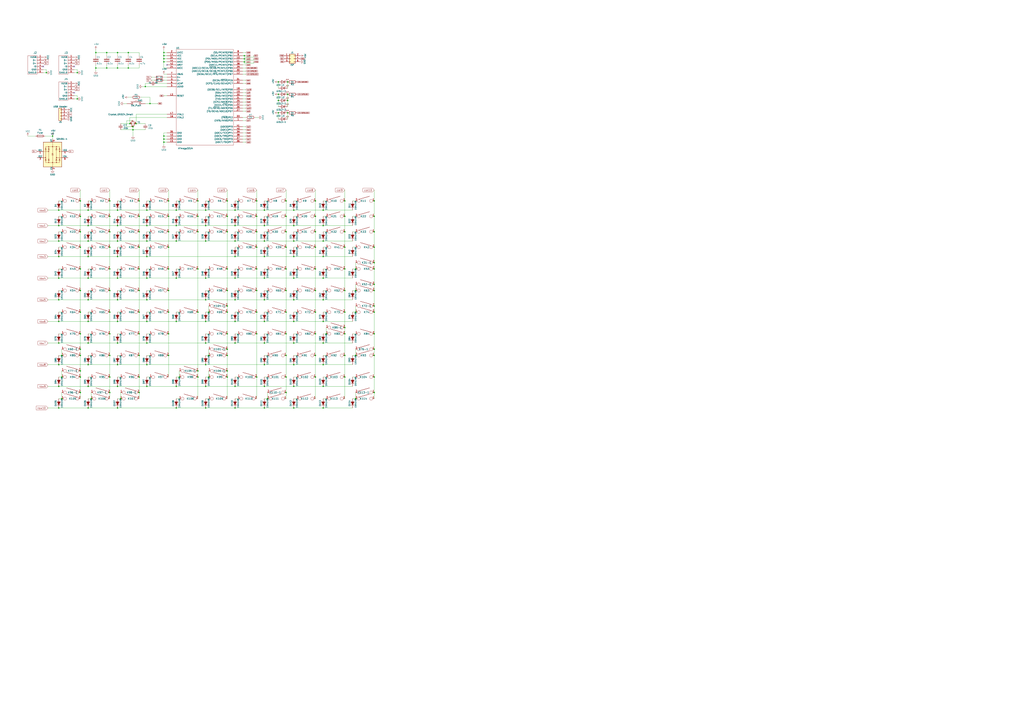
<source format=kicad_sch>
(kicad_sch (version 20200618) (host eeschema "(5.99.0-2142-ge9b99cc8b)")
  (page 1 1)
  (paper "A1")
  (junction (at 38.1 59.69))
  (junction (at 43.18 111.76))
  (junction (at 48.26 172.72))
  (junction (at 48.26 185.42))
  (junction (at 48.26 198.12))
  (junction (at 48.26 210.82))
  (junction (at 48.26 228.6))
  (junction (at 48.26 246.38))
  (junction (at 48.26 264.16))
  (junction (at 48.26 281.94))
  (junction (at 48.26 299.72))
  (junction (at 48.26 317.5))
  (junction (at 48.26 335.28))
  (junction (at 50.8 292.1))
  (junction (at 50.8 309.88))
  (junction (at 50.8 327.66))
  (junction (at 63.5 59.69))
  (junction (at 63.5 81.28))
  (junction (at 66.04 165.1))
  (junction (at 66.04 177.8))
  (junction (at 66.04 190.5))
  (junction (at 66.04 203.2))
  (junction (at 66.04 220.98))
  (junction (at 66.04 238.76))
  (junction (at 66.04 256.54))
  (junction (at 66.04 274.32))
  (junction (at 66.04 287.02))
  (junction (at 66.04 292.1))
  (junction (at 66.04 304.8))
  (junction (at 66.04 309.88))
  (junction (at 66.04 322.58))
  (junction (at 72.39 172.72))
  (junction (at 72.39 185.42))
  (junction (at 72.39 198.12))
  (junction (at 72.39 210.82))
  (junction (at 72.39 228.6))
  (junction (at 72.39 246.38))
  (junction (at 72.39 264.16))
  (junction (at 72.39 281.94))
  (junction (at 72.39 299.72))
  (junction (at 72.39 317.5))
  (junction (at 72.39 335.28))
  (junction (at 74.93 327.66))
  (junction (at 78.74 43.18))
  (junction (at 78.74 55.88))
  (junction (at 87.63 43.18))
  (junction (at 87.63 55.88))
  (junction (at 90.17 165.1))
  (junction (at 90.17 177.8))
  (junction (at 90.17 190.5))
  (junction (at 90.17 203.2))
  (junction (at 90.17 220.98))
  (junction (at 90.17 238.76))
  (junction (at 90.17 256.54))
  (junction (at 90.17 274.32))
  (junction (at 90.17 292.1))
  (junction (at 90.17 309.88))
  (junction (at 90.17 322.58))
  (junction (at 96.52 43.18))
  (junction (at 96.52 55.88))
  (junction (at 96.52 172.72))
  (junction (at 96.52 185.42))
  (junction (at 96.52 198.12))
  (junction (at 96.52 210.82))
  (junction (at 96.52 228.6))
  (junction (at 96.52 246.38))
  (junction (at 96.52 264.16))
  (junction (at 96.52 281.94))
  (junction (at 96.52 299.72))
  (junction (at 96.52 317.5))
  (junction (at 96.52 335.28))
  (junction (at 99.06 327.66))
  (junction (at 105.41 43.18))
  (junction (at 105.41 55.88))
  (junction (at 106.68 101.6))
  (junction (at 109.22 104.14))
  (junction (at 109.22 106.68))
  (junction (at 111.76 101.6))
  (junction (at 114.3 165.1))
  (junction (at 114.3 177.8))
  (junction (at 114.3 190.5))
  (junction (at 114.3 203.2))
  (junction (at 114.3 220.98))
  (junction (at 114.3 238.76))
  (junction (at 114.3 256.54))
  (junction (at 114.3 274.32))
  (junction (at 114.3 292.1))
  (junction (at 114.3 309.88))
  (junction (at 114.3 322.58))
  (junction (at 119.38 71.12))
  (junction (at 120.65 172.72))
  (junction (at 120.65 185.42))
  (junction (at 120.65 198.12))
  (junction (at 120.65 210.82))
  (junction (at 120.65 228.6))
  (junction (at 120.65 246.38))
  (junction (at 120.65 264.16))
  (junction (at 120.65 281.94))
  (junction (at 120.65 299.72))
  (junction (at 120.65 317.5))
  (junction (at 123.19 85.09))
  (junction (at 134.62 43.18))
  (junction (at 134.62 45.72))
  (junction (at 134.62 48.26))
  (junction (at 134.62 50.8))
  (junction (at 134.62 111.76))
  (junction (at 134.62 114.3))
  (junction (at 134.62 116.84))
  (junction (at 138.43 165.1))
  (junction (at 138.43 177.8))
  (junction (at 138.43 190.5))
  (junction (at 138.43 203.2))
  (junction (at 138.43 220.98))
  (junction (at 138.43 238.76))
  (junction (at 138.43 256.54))
  (junction (at 138.43 274.32))
  (junction (at 138.43 292.1))
  (junction (at 144.78 172.72))
  (junction (at 144.78 185.42))
  (junction (at 144.78 198.12))
  (junction (at 144.78 228.6))
  (junction (at 144.78 264.16))
  (junction (at 144.78 317.5))
  (junction (at 144.78 335.28))
  (junction (at 147.32 309.88))
  (junction (at 162.56 165.1))
  (junction (at 162.56 177.8))
  (junction (at 162.56 190.5))
  (junction (at 162.56 220.98))
  (junction (at 162.56 256.54))
  (junction (at 162.56 304.8))
  (junction (at 162.56 309.88))
  (junction (at 168.91 172.72))
  (junction (at 168.91 185.42))
  (junction (at 168.91 198.12))
  (junction (at 168.91 228.6))
  (junction (at 168.91 246.38))
  (junction (at 168.91 264.16))
  (junction (at 168.91 281.94))
  (junction (at 168.91 299.72))
  (junction (at 168.91 317.5))
  (junction (at 168.91 335.28))
  (junction (at 171.45 256.54))
  (junction (at 171.45 292.1))
  (junction (at 171.45 309.88))
  (junction (at 186.69 165.1))
  (junction (at 186.69 177.8))
  (junction (at 186.69 190.5))
  (junction (at 186.69 220.98))
  (junction (at 186.69 238.76))
  (junction (at 186.69 251.46))
  (junction (at 186.69 256.54))
  (junction (at 186.69 274.32))
  (junction (at 186.69 287.02))
  (junction (at 186.69 292.1))
  (junction (at 186.69 304.8))
  (junction (at 186.69 309.88))
  (junction (at 193.04 172.72))
  (junction (at 193.04 185.42))
  (junction (at 193.04 198.12))
  (junction (at 193.04 210.82))
  (junction (at 193.04 228.6))
  (junction (at 193.04 246.38))
  (junction (at 193.04 264.16))
  (junction (at 193.04 281.94))
  (junction (at 193.04 317.5))
  (junction (at 193.04 335.28))
  (junction (at 200.66 45.72))
  (junction (at 200.66 48.26))
  (junction (at 200.66 50.8))
  (junction (at 210.82 165.1))
  (junction (at 210.82 177.8))
  (junction (at 210.82 190.5))
  (junction (at 210.82 203.2))
  (junction (at 210.82 220.98))
  (junction (at 210.82 238.76))
  (junction (at 210.82 256.54))
  (junction (at 210.82 274.32))
  (junction (at 210.82 309.88))
  (junction (at 217.17 172.72))
  (junction (at 217.17 185.42))
  (junction (at 217.17 198.12))
  (junction (at 217.17 210.82))
  (junction (at 217.17 228.6))
  (junction (at 217.17 246.38))
  (junction (at 217.17 264.16))
  (junction (at 217.17 281.94))
  (junction (at 217.17 299.72))
  (junction (at 217.17 317.5))
  (junction (at 217.17 335.28))
  (junction (at 219.71 327.66))
  (junction (at 228.6 67.31))
  (junction (at 228.6 77.47))
  (junction (at 228.6 82.55))
  (junction (at 228.6 92.71))
  (junction (at 234.95 165.1))
  (junction (at 234.95 177.8))
  (junction (at 234.95 190.5))
  (junction (at 234.95 203.2))
  (junction (at 234.95 220.98))
  (junction (at 234.95 238.76))
  (junction (at 234.95 256.54))
  (junction (at 234.95 274.32))
  (junction (at 234.95 292.1))
  (junction (at 234.95 309.88))
  (junction (at 234.95 322.58))
  (junction (at 236.22 67.31))
  (junction (at 236.22 77.47))
  (junction (at 236.22 82.55))
  (junction (at 236.22 92.71))
  (junction (at 241.3 172.72))
  (junction (at 241.3 185.42))
  (junction (at 241.3 198.12))
  (junction (at 241.3 210.82))
  (junction (at 241.3 228.6))
  (junction (at 241.3 246.38))
  (junction (at 241.3 264.16))
  (junction (at 241.3 281.94))
  (junction (at 241.3 299.72))
  (junction (at 241.3 317.5))
  (junction (at 241.3 335.28))
  (junction (at 259.08 165.1))
  (junction (at 259.08 177.8))
  (junction (at 259.08 190.5))
  (junction (at 259.08 203.2))
  (junction (at 259.08 220.98))
  (junction (at 259.08 238.76))
  (junction (at 259.08 256.54))
  (junction (at 259.08 274.32))
  (junction (at 259.08 292.1))
  (junction (at 259.08 309.88))
  (junction (at 265.43 172.72))
  (junction (at 265.43 185.42))
  (junction (at 265.43 198.12))
  (junction (at 265.43 210.82))
  (junction (at 265.43 228.6))
  (junction (at 265.43 246.38))
  (junction (at 265.43 264.16))
  (junction (at 265.43 281.94))
  (junction (at 265.43 299.72))
  (junction (at 265.43 317.5))
  (junction (at 265.43 335.28))
  (junction (at 267.97 274.32))
  (junction (at 283.21 165.1))
  (junction (at 283.21 177.8))
  (junction (at 283.21 190.5))
  (junction (at 283.21 203.2))
  (junction (at 283.21 220.98))
  (junction (at 283.21 238.76))
  (junction (at 283.21 256.54))
  (junction (at 283.21 269.24))
  (junction (at 283.21 274.32))
  (junction (at 283.21 292.1))
  (junction (at 283.21 309.88))
  (junction (at 292.1 220.98))
  (junction (at 292.1 238.76))
  (junction (at 292.1 256.54))
  (junction (at 292.1 292.1))
  (junction (at 292.1 327.66))
  (junction (at 307.34 165.1))
  (junction (at 307.34 177.8))
  (junction (at 307.34 190.5))
  (junction (at 307.34 203.2))
  (junction (at 307.34 215.9))
  (junction (at 307.34 220.98))
  (junction (at 307.34 233.68))
  (junction (at 307.34 238.76))
  (junction (at 307.34 251.46))
  (junction (at 307.34 256.54))
  (junction (at 307.34 274.32))
  (junction (at 307.34 287.02))
  (junction (at 307.34 292.1))
  (junction (at 307.34 309.88))
  (junction (at 307.34 322.58))
  (no_connect (at 137.16 53.34))
  (no_connect (at 60.96 54.61))
  (no_connect (at 60.96 76.2))
  (no_connect (at 35.56 54.61))
  (wire (pts (xy 22.86 111.76) (xy 29.21 111.76)))
  (wire (pts (xy 35.56 57.15) (xy 38.1 57.15)))
  (wire (pts (xy 36.83 111.76) (xy 43.18 111.76)))
  (wire (pts (xy 38.1 57.15) (xy 38.1 59.69)))
  (wire (pts (xy 38.1 59.69) (xy 35.56 59.69)))
  (wire (pts (xy 39.37 172.72) (xy 48.26 172.72)))
  (wire (pts (xy 39.37 246.38) (xy 48.26 246.38)))
  (wire (pts (xy 39.37 264.16) (xy 48.26 264.16)))
  (wire (pts (xy 39.37 281.94) (xy 48.26 281.94)))
  (wire (pts (xy 39.37 299.72) (xy 48.26 299.72)))
  (wire (pts (xy 39.37 335.28) (xy 48.26 335.28)))
  (wire (pts (xy 43.18 111.76) (xy 43.18 114.3)))
  (wire (pts (xy 48.26 172.72) (xy 72.39 172.72)))
  (wire (pts (xy 48.26 185.42) (xy 39.37 185.42)))
  (wire (pts (xy 48.26 198.12) (xy 39.37 198.12)))
  (wire (pts (xy 48.26 210.82) (xy 39.37 210.82)))
  (wire (pts (xy 48.26 210.82) (xy 72.39 210.82)))
  (wire (pts (xy 48.26 228.6) (xy 39.37 228.6)))
  (wire (pts (xy 48.26 317.5) (xy 39.37 317.5)))
  (wire (pts (xy 48.26 317.5) (xy 72.39 317.5)))
  (wire (pts (xy 48.26 335.28) (xy 72.39 335.28)))
  (wire (pts (xy 50.8 165.1) (xy 48.26 165.1)))
  (wire (pts (xy 50.8 177.8) (xy 48.26 177.8)))
  (wire (pts (xy 50.8 190.5) (xy 48.26 190.5)))
  (wire (pts (xy 50.8 203.2) (xy 48.26 203.2)))
  (wire (pts (xy 50.8 220.98) (xy 48.26 220.98)))
  (wire (pts (xy 50.8 238.76) (xy 48.26 238.76)))
  (wire (pts (xy 50.8 256.54) (xy 48.26 256.54)))
  (wire (pts (xy 50.8 274.32) (xy 48.26 274.32)))
  (wire (pts (xy 50.8 287.02) (xy 50.8 292.1)))
  (wire (pts (xy 50.8 292.1) (xy 48.26 292.1)))
  (wire (pts (xy 50.8 304.8) (xy 50.8 309.88)))
  (wire (pts (xy 50.8 309.88) (xy 48.26 309.88)))
  (wire (pts (xy 50.8 322.58) (xy 50.8 327.66)))
  (wire (pts (xy 50.8 327.66) (xy 48.26 327.66)))
  (wire (pts (xy 60.96 57.15) (xy 63.5 57.15)))
  (wire (pts (xy 60.96 78.74) (xy 63.5 78.74)))
  (wire (pts (xy 63.5 57.15) (xy 63.5 59.69)))
  (wire (pts (xy 63.5 59.69) (xy 60.96 59.69)))
  (wire (pts (xy 63.5 78.74) (xy 63.5 81.28)))
  (wire (pts (xy 63.5 81.28) (xy 60.96 81.28)))
  (wire (pts (xy 66.04 156.21) (xy 66.04 165.1)))
  (wire (pts (xy 66.04 165.1) (xy 66.04 177.8)))
  (wire (pts (xy 66.04 177.8) (xy 66.04 190.5)))
  (wire (pts (xy 66.04 190.5) (xy 66.04 203.2)))
  (wire (pts (xy 66.04 203.2) (xy 66.04 220.98)))
  (wire (pts (xy 66.04 220.98) (xy 66.04 238.76)))
  (wire (pts (xy 66.04 238.76) (xy 66.04 256.54)))
  (wire (pts (xy 66.04 256.54) (xy 66.04 274.32)))
  (wire (pts (xy 66.04 274.32) (xy 66.04 287.02)))
  (wire (pts (xy 66.04 287.02) (xy 66.04 292.1)))
  (wire (pts (xy 66.04 292.1) (xy 66.04 304.8)))
  (wire (pts (xy 66.04 304.8) (xy 66.04 309.88)))
  (wire (pts (xy 66.04 309.88) (xy 66.04 322.58)))
  (wire (pts (xy 66.04 322.58) (xy 66.04 327.66)))
  (wire (pts (xy 72.39 172.72) (xy 96.52 172.72)))
  (wire (pts (xy 72.39 185.42) (xy 48.26 185.42)))
  (wire (pts (xy 72.39 198.12) (xy 48.26 198.12)))
  (wire (pts (xy 72.39 210.82) (xy 96.52 210.82)))
  (wire (pts (xy 72.39 228.6) (xy 48.26 228.6)))
  (wire (pts (xy 72.39 246.38) (xy 48.26 246.38)))
  (wire (pts (xy 72.39 246.38) (xy 96.52 246.38)))
  (wire (pts (xy 72.39 264.16) (xy 48.26 264.16)))
  (wire (pts (xy 72.39 281.94) (xy 48.26 281.94)))
  (wire (pts (xy 72.39 299.72) (xy 48.26 299.72)))
  (wire (pts (xy 72.39 335.28) (xy 96.52 335.28)))
  (wire (pts (xy 74.93 165.1) (xy 72.39 165.1)))
  (wire (pts (xy 74.93 177.8) (xy 72.39 177.8)))
  (wire (pts (xy 74.93 190.5) (xy 72.39 190.5)))
  (wire (pts (xy 74.93 203.2) (xy 72.39 203.2)))
  (wire (pts (xy 74.93 220.98) (xy 72.39 220.98)))
  (wire (pts (xy 74.93 238.76) (xy 72.39 238.76)))
  (wire (pts (xy 74.93 256.54) (xy 72.39 256.54)))
  (wire (pts (xy 74.93 274.32) (xy 72.39 274.32)))
  (wire (pts (xy 74.93 292.1) (xy 72.39 292.1)))
  (wire (pts (xy 74.93 309.88) (xy 72.39 309.88)))
  (wire (pts (xy 74.93 322.58) (xy 74.93 327.66)))
  (wire (pts (xy 74.93 327.66) (xy 72.39 327.66)))
  (wire (pts (xy 78.74 40.64) (xy 78.74 43.18)))
  (wire (pts (xy 78.74 43.18) (xy 78.74 45.72)))
  (wire (pts (xy 78.74 43.18) (xy 87.63 43.18)))
  (wire (pts (xy 78.74 53.34) (xy 78.74 55.88)))
  (wire (pts (xy 78.74 55.88) (xy 78.74 58.42)))
  (wire (pts (xy 78.74 55.88) (xy 87.63 55.88)))
  (wire (pts (xy 87.63 43.18) (xy 87.63 45.72)))
  (wire (pts (xy 87.63 43.18) (xy 96.52 43.18)))
  (wire (pts (xy 87.63 53.34) (xy 87.63 55.88)))
  (wire (pts (xy 87.63 55.88) (xy 96.52 55.88)))
  (wire (pts (xy 90.17 156.21) (xy 90.17 165.1)))
  (wire (pts (xy 90.17 165.1) (xy 90.17 177.8)))
  (wire (pts (xy 90.17 177.8) (xy 90.17 190.5)))
  (wire (pts (xy 90.17 190.5) (xy 90.17 203.2)))
  (wire (pts (xy 90.17 203.2) (xy 90.17 220.98)))
  (wire (pts (xy 90.17 220.98) (xy 90.17 238.76)))
  (wire (pts (xy 90.17 238.76) (xy 90.17 256.54)))
  (wire (pts (xy 90.17 256.54) (xy 90.17 274.32)))
  (wire (pts (xy 90.17 274.32) (xy 90.17 292.1)))
  (wire (pts (xy 90.17 292.1) (xy 90.17 309.88)))
  (wire (pts (xy 90.17 309.88) (xy 90.17 322.58)))
  (wire (pts (xy 90.17 322.58) (xy 90.17 327.66)))
  (wire (pts (xy 96.52 43.18) (xy 96.52 45.72)))
  (wire (pts (xy 96.52 43.18) (xy 105.41 43.18)))
  (wire (pts (xy 96.52 55.88) (xy 96.52 53.34)))
  (wire (pts (xy 96.52 55.88) (xy 105.41 55.88)))
  (wire (pts (xy 96.52 172.72) (xy 120.65 172.72)))
  (wire (pts (xy 96.52 185.42) (xy 72.39 185.42)))
  (wire (pts (xy 96.52 198.12) (xy 72.39 198.12)))
  (wire (pts (xy 96.52 210.82) (xy 120.65 210.82)))
  (wire (pts (xy 96.52 228.6) (xy 72.39 228.6)))
  (wire (pts (xy 96.52 228.6) (xy 120.65 228.6)))
  (wire (pts (xy 96.52 246.38) (xy 120.65 246.38)))
  (wire (pts (xy 96.52 264.16) (xy 72.39 264.16)))
  (wire (pts (xy 96.52 281.94) (xy 72.39 281.94)))
  (wire (pts (xy 96.52 299.72) (xy 72.39 299.72)))
  (wire (pts (xy 96.52 317.5) (xy 72.39 317.5)))
  (wire (pts (xy 96.52 335.28) (xy 144.78 335.28)))
  (wire (pts (xy 99.06 101.6) (xy 106.68 101.6)))
  (wire (pts (xy 99.06 106.68) (xy 109.22 106.68)))
  (wire (pts (xy 99.06 165.1) (xy 96.52 165.1)))
  (wire (pts (xy 99.06 177.8) (xy 96.52 177.8)))
  (wire (pts (xy 99.06 190.5) (xy 96.52 190.5)))
  (wire (pts (xy 99.06 203.2) (xy 96.52 203.2)))
  (wire (pts (xy 99.06 220.98) (xy 96.52 220.98)))
  (wire (pts (xy 99.06 238.76) (xy 96.52 238.76)))
  (wire (pts (xy 99.06 256.54) (xy 96.52 256.54)))
  (wire (pts (xy 99.06 274.32) (xy 96.52 274.32)))
  (wire (pts (xy 99.06 292.1) (xy 96.52 292.1)))
  (wire (pts (xy 99.06 309.88) (xy 96.52 309.88)))
  (wire (pts (xy 99.06 322.58) (xy 99.06 327.66)))
  (wire (pts (xy 99.06 327.66) (xy 96.52 327.66)))
  (wire (pts (xy 104.14 85.09) (xy 101.6 85.09)))
  (wire (pts (xy 104.14 99.06) (xy 104.14 104.14)))
  (wire (pts (xy 104.14 104.14) (xy 109.22 104.14)))
  (wire (pts (xy 105.41 43.18) (xy 105.41 45.72)))
  (wire (pts (xy 105.41 43.18) (xy 114.3 43.18)))
  (wire (pts (xy 105.41 55.88) (xy 105.41 53.34)))
  (wire (pts (xy 105.41 55.88) (xy 114.3 55.88)))
  (wire (pts (xy 105.41 80.01) (xy 107.95 80.01)))
  (wire (pts (xy 106.68 96.52) (xy 106.68 101.6)))
  (wire (pts (xy 106.68 96.52) (xy 137.16 96.52)))
  (wire (pts (xy 109.22 99.06) (xy 104.14 99.06)))
  (wire (pts (xy 109.22 104.14) (xy 109.22 106.68)))
  (wire (pts (xy 109.22 106.68) (xy 109.22 111.76)))
  (wire (pts (xy 109.22 106.68) (xy 119.38 106.68)))
  (wire (pts (xy 111.76 93.98) (xy 111.76 101.6)))
  (wire (pts (xy 111.76 93.98) (xy 137.16 93.98)))
  (wire (pts (xy 111.76 101.6) (xy 119.38 101.6)))
  (wire (pts (xy 114.3 43.18) (xy 114.3 45.72)))
  (wire (pts (xy 114.3 55.88) (xy 114.3 53.34)))
  (wire (pts (xy 114.3 156.21) (xy 114.3 165.1)))
  (wire (pts (xy 114.3 165.1) (xy 114.3 177.8)))
  (wire (pts (xy 114.3 177.8) (xy 114.3 190.5)))
  (wire (pts (xy 114.3 190.5) (xy 114.3 203.2)))
  (wire (pts (xy 114.3 203.2) (xy 114.3 220.98)))
  (wire (pts (xy 114.3 220.98) (xy 114.3 238.76)))
  (wire (pts (xy 114.3 238.76) (xy 114.3 256.54)))
  (wire (pts (xy 114.3 256.54) (xy 114.3 274.32)))
  (wire (pts (xy 114.3 274.32) (xy 114.3 292.1)))
  (wire (pts (xy 114.3 292.1) (xy 114.3 309.88)))
  (wire (pts (xy 114.3 309.88) (xy 114.3 322.58)))
  (wire (pts (xy 114.3 322.58) (xy 114.3 327.66)))
  (wire (pts (xy 115.57 80.01) (xy 123.19 80.01)))
  (wire (pts (xy 116.84 71.12) (xy 119.38 71.12)))
  (wire (pts (xy 119.38 68.58) (xy 119.38 71.12)))
  (wire (pts (xy 119.38 68.58) (xy 123.19 68.58)))
  (wire (pts (xy 119.38 71.12) (xy 137.16 71.12)))
  (wire (pts (xy 119.38 85.09) (xy 123.19 85.09)))
  (wire (pts (xy 120.65 185.42) (xy 96.52 185.42)))
  (wire (pts (xy 120.65 198.12) (xy 96.52 198.12)))
  (wire (pts (xy 120.65 210.82) (xy 193.04 210.82)))
  (wire (pts (xy 120.65 228.6) (xy 144.78 228.6)))
  (wire (pts (xy 120.65 246.38) (xy 168.91 246.38)))
  (wire (pts (xy 120.65 264.16) (xy 96.52 264.16)))
  (wire (pts (xy 120.65 264.16) (xy 144.78 264.16)))
  (wire (pts (xy 120.65 281.94) (xy 96.52 281.94)))
  (wire (pts (xy 120.65 281.94) (xy 168.91 281.94)))
  (wire (pts (xy 120.65 299.72) (xy 96.52 299.72)))
  (wire (pts (xy 120.65 299.72) (xy 168.91 299.72)))
  (wire (pts (xy 120.65 317.5) (xy 96.52 317.5)))
  (wire (pts (xy 123.19 80.01) (xy 123.19 85.09)))
  (wire (pts (xy 123.19 85.09) (xy 129.54 85.09)))
  (wire (pts (xy 123.19 165.1) (xy 120.65 165.1)))
  (wire (pts (xy 123.19 177.8) (xy 120.65 177.8)))
  (wire (pts (xy 123.19 190.5) (xy 120.65 190.5)))
  (wire (pts (xy 123.19 203.2) (xy 120.65 203.2)))
  (wire (pts (xy 123.19 220.98) (xy 120.65 220.98)))
  (wire (pts (xy 123.19 238.76) (xy 120.65 238.76)))
  (wire (pts (xy 123.19 256.54) (xy 120.65 256.54)))
  (wire (pts (xy 123.19 274.32) (xy 120.65 274.32)))
  (wire (pts (xy 123.19 292.1) (xy 120.65 292.1)))
  (wire (pts (xy 123.19 309.88) (xy 120.65 309.88)))
  (wire (pts (xy 124.46 63.5) (xy 127 63.5)))
  (wire (pts (xy 124.46 66.04) (xy 127 66.04)))
  (wire (pts (xy 128.27 68.58) (xy 137.16 68.58)))
  (wire (pts (xy 134.62 40.64) (xy 134.62 43.18)))
  (wire (pts (xy 134.62 43.18) (xy 134.62 45.72)))
  (wire (pts (xy 134.62 45.72) (xy 134.62 48.26)))
  (wire (pts (xy 134.62 48.26) (xy 134.62 50.8)))
  (wire (pts (xy 134.62 50.8) (xy 134.62 55.88)))
  (wire (pts (xy 134.62 55.88) (xy 137.16 55.88)))
  (wire (pts (xy 134.62 60.96) (xy 137.16 60.96)))
  (wire (pts (xy 134.62 63.5) (xy 137.16 63.5)))
  (wire (pts (xy 134.62 78.74) (xy 137.16 78.74)))
  (wire (pts (xy 134.62 109.22) (xy 134.62 111.76)))
  (wire (pts (xy 134.62 111.76) (xy 134.62 114.3)))
  (wire (pts (xy 134.62 111.76) (xy 137.16 111.76)))
  (wire (pts (xy 134.62 114.3) (xy 134.62 116.84)))
  (wire (pts (xy 134.62 114.3) (xy 137.16 114.3)))
  (wire (pts (xy 134.62 116.84) (xy 134.62 119.38)))
  (wire (pts (xy 137.16 43.18) (xy 134.62 43.18)))
  (wire (pts (xy 137.16 45.72) (xy 134.62 45.72)))
  (wire (pts (xy 137.16 48.26) (xy 134.62 48.26)))
  (wire (pts (xy 137.16 50.8) (xy 134.62 50.8)))
  (wire (pts (xy 137.16 66.04) (xy 134.62 66.04)))
  (wire (pts (xy 137.16 109.22) (xy 134.62 109.22)))
  (wire (pts (xy 137.16 116.84) (xy 134.62 116.84)))
  (wire (pts (xy 138.43 165.1) (xy 138.43 156.21)))
  (wire (pts (xy 138.43 177.8) (xy 138.43 165.1)))
  (wire (pts (xy 138.43 190.5) (xy 138.43 177.8)))
  (wire (pts (xy 138.43 203.2) (xy 138.43 190.5)))
  (wire (pts (xy 138.43 220.98) (xy 138.43 203.2)))
  (wire (pts (xy 138.43 238.76) (xy 138.43 220.98)))
  (wire (pts (xy 138.43 256.54) (xy 138.43 238.76)))
  (wire (pts (xy 138.43 274.32) (xy 138.43 256.54)))
  (wire (pts (xy 138.43 292.1) (xy 138.43 274.32)))
  (wire (pts (xy 138.43 309.88) (xy 138.43 292.1)))
  (wire (pts (xy 144.78 172.72) (xy 120.65 172.72)))
  (wire (pts (xy 144.78 185.42) (xy 120.65 185.42)))
  (wire (pts (xy 144.78 185.42) (xy 168.91 185.42)))
  (wire (pts (xy 144.78 198.12) (xy 120.65 198.12)))
  (wire (pts (xy 144.78 198.12) (xy 168.91 198.12)))
  (wire (pts (xy 144.78 228.6) (xy 168.91 228.6)))
  (wire (pts (xy 144.78 317.5) (xy 120.65 317.5)))
  (wire (pts (xy 147.32 165.1) (xy 144.78 165.1)))
  (wire (pts (xy 147.32 177.8) (xy 144.78 177.8)))
  (wire (pts (xy 147.32 190.5) (xy 144.78 190.5)))
  (wire (pts (xy 147.32 220.98) (xy 144.78 220.98)))
  (wire (pts (xy 147.32 256.54) (xy 144.78 256.54)))
  (wire (pts (xy 147.32 304.8) (xy 147.32 309.88)))
  (wire (pts (xy 147.32 309.88) (xy 144.78 309.88)))
  (wire (pts (xy 147.32 327.66) (xy 144.78 327.66)))
  (wire (pts (xy 162.56 156.21) (xy 162.56 165.1)))
  (wire (pts (xy 162.56 165.1) (xy 162.56 177.8)))
  (wire (pts (xy 162.56 177.8) (xy 162.56 190.5)))
  (wire (pts (xy 162.56 190.5) (xy 162.56 220.98)))
  (wire (pts (xy 162.56 220.98) (xy 162.56 256.54)))
  (wire (pts (xy 162.56 256.54) (xy 162.56 304.8)))
  (wire (pts (xy 162.56 304.8) (xy 162.56 309.88)))
  (wire (pts (xy 162.56 309.88) (xy 162.56 327.66)))
  (wire (pts (xy 168.91 172.72) (xy 144.78 172.72)))
  (wire (pts (xy 168.91 198.12) (xy 193.04 198.12)))
  (wire (pts (xy 168.91 228.6) (xy 193.04 228.6)))
  (wire (pts (xy 168.91 246.38) (xy 193.04 246.38)))
  (wire (pts (xy 168.91 264.16) (xy 144.78 264.16)))
  (wire (pts (xy 168.91 299.72) (xy 217.17 299.72)))
  (wire (pts (xy 168.91 317.5) (xy 144.78 317.5)))
  (wire (pts (xy 168.91 335.28) (xy 144.78 335.28)))
  (wire (pts (xy 171.45 165.1) (xy 168.91 165.1)))
  (wire (pts (xy 171.45 177.8) (xy 168.91 177.8)))
  (wire (pts (xy 171.45 190.5) (xy 168.91 190.5)))
  (wire (pts (xy 171.45 220.98) (xy 168.91 220.98)))
  (wire (pts (xy 171.45 238.76) (xy 168.91 238.76)))
  (wire (pts (xy 171.45 251.46) (xy 171.45 256.54)))
  (wire (pts (xy 171.45 256.54) (xy 168.91 256.54)))
  (wire (pts (xy 171.45 274.32) (xy 168.91 274.32)))
  (wire (pts (xy 171.45 292.1) (xy 168.91 292.1)))
  (wire (pts (xy 171.45 292.1) (xy 171.45 287.02)))
  (wire (pts (xy 171.45 304.8) (xy 171.45 309.88)))
  (wire (pts (xy 171.45 309.88) (xy 168.91 309.88)))
  (wire (pts (xy 171.45 327.66) (xy 168.91 327.66)))
  (wire (pts (xy 186.69 156.21) (xy 186.69 165.1)))
  (wire (pts (xy 186.69 165.1) (xy 186.69 177.8)))
  (wire (pts (xy 186.69 177.8) (xy 186.69 190.5)))
  (wire (pts (xy 186.69 190.5) (xy 186.69 220.98)))
  (wire (pts (xy 186.69 220.98) (xy 186.69 238.76)))
  (wire (pts (xy 186.69 238.76) (xy 186.69 251.46)))
  (wire (pts (xy 186.69 251.46) (xy 186.69 256.54)))
  (wire (pts (xy 186.69 256.54) (xy 186.69 274.32)))
  (wire (pts (xy 186.69 274.32) (xy 186.69 287.02)))
  (wire (pts (xy 186.69 287.02) (xy 186.69 292.1)))
  (wire (pts (xy 186.69 292.1) (xy 186.69 304.8)))
  (wire (pts (xy 186.69 304.8) (xy 186.69 309.88)))
  (wire (pts (xy 186.69 309.88) (xy 186.69 327.66)))
  (wire (pts (xy 193.04 172.72) (xy 168.91 172.72)))
  (wire (pts (xy 193.04 185.42) (xy 168.91 185.42)))
  (wire (pts (xy 193.04 198.12) (xy 217.17 198.12)))
  (wire (pts (xy 193.04 210.82) (xy 217.17 210.82)))
  (wire (pts (xy 193.04 228.6) (xy 217.17 228.6)))
  (wire (pts (xy 193.04 246.38) (xy 217.17 246.38)))
  (wire (pts (xy 193.04 264.16) (xy 168.91 264.16)))
  (wire (pts (xy 193.04 264.16) (xy 217.17 264.16)))
  (wire (pts (xy 193.04 281.94) (xy 168.91 281.94)))
  (wire (pts (xy 193.04 317.5) (xy 168.91 317.5)))
  (wire (pts (xy 193.04 317.5) (xy 217.17 317.5)))
  (wire (pts (xy 193.04 335.28) (xy 168.91 335.28)))
  (wire (pts (xy 195.58 165.1) (xy 193.04 165.1)))
  (wire (pts (xy 195.58 177.8) (xy 193.04 177.8)))
  (wire (pts (xy 195.58 190.5) (xy 193.04 190.5)))
  (wire (pts (xy 195.58 203.2) (xy 193.04 203.2)))
  (wire (pts (xy 195.58 220.98) (xy 193.04 220.98)))
  (wire (pts (xy 195.58 238.76) (xy 193.04 238.76)))
  (wire (pts (xy 195.58 256.54) (xy 193.04 256.54)))
  (wire (pts (xy 195.58 274.32) (xy 193.04 274.32)))
  (wire (pts (xy 195.58 309.88) (xy 193.04 309.88)))
  (wire (pts (xy 195.58 327.66) (xy 193.04 327.66)))
  (wire (pts (xy 199.39 43.18) (xy 201.93 43.18)))
  (wire (pts (xy 199.39 55.88) (xy 201.93 55.88)))
  (wire (pts (xy 199.39 58.42) (xy 201.93 58.42)))
  (wire (pts (xy 199.39 60.96) (xy 201.93 60.96)))
  (wire (pts (xy 199.39 66.04) (xy 201.93 66.04)))
  (wire (pts (xy 199.39 68.58) (xy 201.93 68.58)))
  (wire (pts (xy 199.39 73.66) (xy 201.93 73.66)))
  (wire (pts (xy 199.39 76.2) (xy 201.93 76.2)))
  (wire (pts (xy 199.39 78.74) (xy 201.93 78.74)))
  (wire (pts (xy 199.39 81.28) (xy 201.93 81.28)))
  (wire (pts (xy 199.39 83.82) (xy 201.93 83.82)))
  (wire (pts (xy 199.39 86.36) (xy 201.93 86.36)))
  (wire (pts (xy 199.39 88.9) (xy 201.93 88.9)))
  (wire (pts (xy 199.39 91.44) (xy 201.93 91.44)))
  (wire (pts (xy 199.39 99.06) (xy 201.93 99.06)))
  (wire (pts (xy 199.39 104.14) (xy 201.93 104.14)))
  (wire (pts (xy 199.39 109.22) (xy 201.93 109.22)))
  (wire (pts (xy 199.39 111.76) (xy 201.93 111.76)))
  (wire (pts (xy 199.39 114.3) (xy 201.93 114.3)))
  (wire (pts (xy 199.39 116.84) (xy 201.93 116.84)))
  (wire (pts (xy 200.66 45.72) (xy 199.39 45.72)))
  (wire (pts (xy 200.66 45.72) (xy 200.66 46.99)))
  (wire (pts (xy 200.66 46.99) (xy 208.28 46.99)))
  (wire (pts (xy 200.66 48.26) (xy 199.39 48.26)))
  (wire (pts (xy 200.66 48.26) (xy 200.66 49.53)))
  (wire (pts (xy 200.66 49.53) (xy 208.28 49.53)))
  (wire (pts (xy 200.66 50.8) (xy 199.39 50.8)))
  (wire (pts (xy 200.66 50.8) (xy 200.66 52.07)))
  (wire (pts (xy 200.66 52.07) (xy 208.28 52.07)))
  (wire (pts (xy 201.93 45.72) (xy 200.66 45.72)))
  (wire (pts (xy 201.93 48.26) (xy 200.66 48.26)))
  (wire (pts (xy 201.93 50.8) (xy 200.66 50.8)))
  (wire (pts (xy 201.93 53.34) (xy 199.39 53.34)))
  (wire (pts (xy 201.93 96.52) (xy 199.39 96.52)))
  (wire (pts (xy 201.93 106.68) (xy 199.39 106.68)))
  (wire (pts (xy 208.28 46.99) (xy 208.28 45.72)))
  (wire (pts (xy 208.28 49.53) (xy 208.28 48.26)))
  (wire (pts (xy 208.28 52.07) (xy 208.28 50.8)))
  (wire (pts (xy 209.55 96.52) (xy 212.09 96.52)))
  (wire (pts (xy 210.82 156.21) (xy 210.82 165.1)))
  (wire (pts (xy 210.82 165.1) (xy 210.82 177.8)))
  (wire (pts (xy 210.82 177.8) (xy 210.82 190.5)))
  (wire (pts (xy 210.82 190.5) (xy 210.82 203.2)))
  (wire (pts (xy 210.82 203.2) (xy 210.82 220.98)))
  (wire (pts (xy 210.82 220.98) (xy 210.82 238.76)))
  (wire (pts (xy 210.82 238.76) (xy 210.82 256.54)))
  (wire (pts (xy 210.82 256.54) (xy 210.82 274.32)))
  (wire (pts (xy 210.82 274.32) (xy 210.82 309.88)))
  (wire (pts (xy 210.82 309.88) (xy 210.82 327.66)))
  (wire (pts (xy 217.17 172.72) (xy 193.04 172.72)))
  (wire (pts (xy 217.17 172.72) (xy 241.3 172.72)))
  (wire (pts (xy 217.17 185.42) (xy 193.04 185.42)))
  (wire (pts (xy 217.17 210.82) (xy 241.3 210.82)))
  (wire (pts (xy 217.17 228.6) (xy 241.3 228.6)))
  (wire (pts (xy 217.17 246.38) (xy 241.3 246.38)))
  (wire (pts (xy 217.17 264.16) (xy 241.3 264.16)))
  (wire (pts (xy 217.17 281.94) (xy 193.04 281.94)))
  (wire (pts (xy 217.17 299.72) (xy 241.3 299.72)))
  (wire (pts (xy 217.17 317.5) (xy 241.3 317.5)))
  (wire (pts (xy 217.17 335.28) (xy 193.04 335.28)))
  (wire (pts (xy 219.71 165.1) (xy 217.17 165.1)))
  (wire (pts (xy 219.71 177.8) (xy 217.17 177.8)))
  (wire (pts (xy 219.71 190.5) (xy 217.17 190.5)))
  (wire (pts (xy 219.71 203.2) (xy 217.17 203.2)))
  (wire (pts (xy 219.71 220.98) (xy 217.17 220.98)))
  (wire (pts (xy 219.71 238.76) (xy 217.17 238.76)))
  (wire (pts (xy 219.71 256.54) (xy 217.17 256.54)))
  (wire (pts (xy 219.71 274.32) (xy 217.17 274.32)))
  (wire (pts (xy 219.71 292.1) (xy 217.17 292.1)))
  (wire (pts (xy 219.71 309.88) (xy 217.17 309.88)))
  (wire (pts (xy 219.71 322.58) (xy 219.71 327.66)))
  (wire (pts (xy 219.71 327.66) (xy 217.17 327.66)))
  (wire (pts (xy 228.6 72.39) (xy 228.6 67.31)))
  (wire (pts (xy 228.6 82.55) (xy 228.6 77.47)))
  (wire (pts (xy 228.6 87.63) (xy 228.6 82.55)))
  (wire (pts (xy 228.6 97.79) (xy 228.6 92.71)))
  (wire (pts (xy 234.95 156.21) (xy 234.95 165.1)))
  (wire (pts (xy 234.95 165.1) (xy 234.95 177.8)))
  (wire (pts (xy 234.95 177.8) (xy 234.95 190.5)))
  (wire (pts (xy 234.95 190.5) (xy 234.95 203.2)))
  (wire (pts (xy 234.95 203.2) (xy 234.95 220.98)))
  (wire (pts (xy 234.95 220.98) (xy 234.95 238.76)))
  (wire (pts (xy 234.95 238.76) (xy 234.95 256.54)))
  (wire (pts (xy 234.95 256.54) (xy 234.95 274.32)))
  (wire (pts (xy 234.95 274.32) (xy 234.95 292.1)))
  (wire (pts (xy 234.95 292.1) (xy 234.95 309.88)))
  (wire (pts (xy 234.95 309.88) (xy 234.95 322.58)))
  (wire (pts (xy 234.95 322.58) (xy 234.95 327.66)))
  (wire (pts (xy 236.22 72.39) (xy 236.22 67.31)))
  (wire (pts (xy 236.22 77.47) (xy 236.22 82.55)))
  (wire (pts (xy 236.22 82.55) (xy 236.22 87.63)))
  (wire (pts (xy 236.22 97.79) (xy 236.22 92.71)))
  (wire (pts (xy 241.3 172.72) (xy 265.43 172.72)))
  (wire (pts (xy 241.3 185.42) (xy 217.17 185.42)))
  (wire (pts (xy 241.3 198.12) (xy 217.17 198.12)))
  (wire (pts (xy 241.3 210.82) (xy 265.43 210.82)))
  (wire (pts (xy 241.3 228.6) (xy 265.43 228.6)))
  (wire (pts (xy 241.3 246.38) (xy 265.43 246.38)))
  (wire (pts (xy 241.3 264.16) (xy 265.43 264.16)))
  (wire (pts (xy 241.3 281.94) (xy 217.17 281.94)))
  (wire (pts (xy 241.3 281.94) (xy 265.43 281.94)))
  (wire (pts (xy 241.3 299.72) (xy 265.43 299.72)))
  (wire (pts (xy 241.3 317.5) (xy 265.43 317.5)))
  (wire (pts (xy 241.3 335.28) (xy 217.17 335.28)))
  (wire (pts (xy 241.3 335.28) (xy 265.43 335.28)))
  (wire (pts (xy 243.84 165.1) (xy 241.3 165.1)))
  (wire (pts (xy 243.84 177.8) (xy 241.3 177.8)))
  (wire (pts (xy 243.84 190.5) (xy 241.3 190.5)))
  (wire (pts (xy 243.84 203.2) (xy 241.3 203.2)))
  (wire (pts (xy 243.84 220.98) (xy 241.3 220.98)))
  (wire (pts (xy 243.84 238.76) (xy 241.3 238.76)))
  (wire (pts (xy 243.84 256.54) (xy 241.3 256.54)))
  (wire (pts (xy 243.84 274.32) (xy 241.3 274.32)))
  (wire (pts (xy 243.84 292.1) (xy 241.3 292.1)))
  (wire (pts (xy 243.84 309.88) (xy 241.3 309.88)))
  (wire (pts (xy 243.84 327.66) (xy 241.3 327.66)))
  (wire (pts (xy 259.08 156.21) (xy 259.08 165.1)))
  (wire (pts (xy 259.08 165.1) (xy 259.08 177.8)))
  (wire (pts (xy 259.08 177.8) (xy 259.08 190.5)))
  (wire (pts (xy 259.08 190.5) (xy 259.08 203.2)))
  (wire (pts (xy 259.08 203.2) (xy 259.08 220.98)))
  (wire (pts (xy 259.08 220.98) (xy 259.08 238.76)))
  (wire (pts (xy 259.08 238.76) (xy 259.08 256.54)))
  (wire (pts (xy 259.08 256.54) (xy 259.08 274.32)))
  (wire (pts (xy 259.08 274.32) (xy 259.08 292.1)))
  (wire (pts (xy 259.08 292.1) (xy 259.08 309.88)))
  (wire (pts (xy 259.08 309.88) (xy 259.08 327.66)))
  (wire (pts (xy 265.43 172.72) (xy 289.56 172.72)))
  (wire (pts (xy 265.43 185.42) (xy 241.3 185.42)))
  (wire (pts (xy 265.43 198.12) (xy 241.3 198.12)))
  (wire (pts (xy 265.43 228.6) (xy 289.56 228.6)))
  (wire (pts (xy 265.43 246.38) (xy 289.56 246.38)))
  (wire (pts (xy 265.43 264.16) (xy 289.56 264.16)))
  (wire (pts (xy 265.43 281.94) (xy 289.56 281.94)))
  (wire (pts (xy 265.43 299.72) (xy 289.56 299.72)))
  (wire (pts (xy 265.43 317.5) (xy 289.56 317.5)))
  (wire (pts (xy 265.43 335.28) (xy 289.56 335.28)))
  (wire (pts (xy 267.97 165.1) (xy 265.43 165.1)))
  (wire (pts (xy 267.97 177.8) (xy 265.43 177.8)))
  (wire (pts (xy 267.97 190.5) (xy 265.43 190.5)))
  (wire (pts (xy 267.97 203.2) (xy 265.43 203.2)))
  (wire (pts (xy 267.97 220.98) (xy 265.43 220.98)))
  (wire (pts (xy 267.97 238.76) (xy 265.43 238.76)))
  (wire (pts (xy 267.97 256.54) (xy 265.43 256.54)))
  (wire (pts (xy 267.97 269.24) (xy 267.97 274.32)))
  (wire (pts (xy 267.97 274.32) (xy 265.43 274.32)))
  (wire (pts (xy 267.97 292.1) (xy 265.43 292.1)))
  (wire (pts (xy 267.97 309.88) (xy 265.43 309.88)))
  (wire (pts (xy 267.97 327.66) (xy 265.43 327.66)))
  (wire (pts (xy 283.21 156.21) (xy 283.21 165.1)))
  (wire (pts (xy 283.21 165.1) (xy 283.21 177.8)))
  (wire (pts (xy 283.21 177.8) (xy 283.21 190.5)))
  (wire (pts (xy 283.21 190.5) (xy 283.21 203.2)))
  (wire (pts (xy 283.21 203.2) (xy 283.21 220.98)))
  (wire (pts (xy 283.21 220.98) (xy 283.21 238.76)))
  (wire (pts (xy 283.21 238.76) (xy 283.21 256.54)))
  (wire (pts (xy 283.21 256.54) (xy 283.21 269.24)))
  (wire (pts (xy 283.21 269.24) (xy 283.21 274.32)))
  (wire (pts (xy 283.21 274.32) (xy 283.21 292.1)))
  (wire (pts (xy 283.21 292.1) (xy 283.21 309.88)))
  (wire (pts (xy 283.21 309.88) (xy 283.21 327.66)))
  (wire (pts (xy 289.56 185.42) (xy 265.43 185.42)))
  (wire (pts (xy 289.56 198.12) (xy 265.43 198.12)))
  (wire (pts (xy 289.56 210.82) (xy 265.43 210.82)))
  (wire (pts (xy 292.1 165.1) (xy 289.56 165.1)))
  (wire (pts (xy 292.1 177.8) (xy 289.56 177.8)))
  (wire (pts (xy 292.1 190.5) (xy 289.56 190.5)))
  (wire (pts (xy 292.1 203.2) (xy 289.56 203.2)))
  (wire (pts (xy 292.1 215.9) (xy 292.1 220.98)))
  (wire (pts (xy 292.1 220.98) (xy 289.56 220.98)))
  (wire (pts (xy 292.1 233.68) (xy 292.1 238.76)))
  (wire (pts (xy 292.1 238.76) (xy 289.56 238.76)))
  (wire (pts (xy 292.1 251.46) (xy 292.1 256.54)))
  (wire (pts (xy 292.1 256.54) (xy 289.56 256.54)))
  (wire (pts (xy 292.1 274.32) (xy 289.56 274.32)))
  (wire (pts (xy 292.1 287.02) (xy 292.1 292.1)))
  (wire (pts (xy 292.1 292.1) (xy 289.56 292.1)))
  (wire (pts (xy 292.1 309.88) (xy 289.56 309.88)))
  (wire (pts (xy 292.1 322.58) (xy 292.1 327.66)))
  (wire (pts (xy 292.1 327.66) (xy 289.56 327.66)))
  (wire (pts (xy 307.34 156.21) (xy 307.34 165.1)))
  (wire (pts (xy 307.34 165.1) (xy 307.34 177.8)))
  (wire (pts (xy 307.34 177.8) (xy 307.34 190.5)))
  (wire (pts (xy 307.34 190.5) (xy 307.34 203.2)))
  (wire (pts (xy 307.34 203.2) (xy 307.34 215.9)))
  (wire (pts (xy 307.34 215.9) (xy 307.34 220.98)))
  (wire (pts (xy 307.34 220.98) (xy 307.34 233.68)))
  (wire (pts (xy 307.34 233.68) (xy 307.34 238.76)))
  (wire (pts (xy 307.34 238.76) (xy 307.34 251.46)))
  (wire (pts (xy 307.34 251.46) (xy 307.34 256.54)))
  (wire (pts (xy 307.34 256.54) (xy 307.34 274.32)))
  (wire (pts (xy 307.34 274.32) (xy 307.34 287.02)))
  (wire (pts (xy 307.34 287.02) (xy 307.34 292.1)))
  (wire (pts (xy 307.34 292.1) (xy 307.34 309.88)))
  (wire (pts (xy 307.34 309.88) (xy 307.34 322.58)))
  (wire (pts (xy 307.34 322.58) (xy 307.34 327.66)))
  (global_label "D+" (shape input) (at 30.48 124.46 180) (effects (font (size 0.991 0.991))))
  (global_label "D-" (shape input) (at 35.56 49.53 0) (effects (font (size 0.9906 0.9906))))
  (global_label "D+" (shape input) (at 35.56 52.07 0) (effects (font (size 0.9906 0.9906))))
  (global_label "row0" (shape input) (at 39.37 172.72 180) (effects (font (size 1.524 1.524))))
  (global_label "row1" (shape input) (at 39.37 185.42 180) (effects (font (size 1.524 1.524))))
  (global_label "row2" (shape input) (at 39.37 198.12 180) (effects (font (size 1.524 1.524))))
  (global_label "row3" (shape input) (at 39.37 210.82 180) (effects (font (size 1.524 1.524))))
  (global_label "row4" (shape input) (at 39.37 228.6 180) (effects (font (size 1.524 1.524))))
  (global_label "row5" (shape input) (at 39.37 246.38 180) (effects (font (size 1.524 1.524))))
  (global_label "row6" (shape input) (at 39.37 264.16 180) (effects (font (size 1.524 1.524))))
  (global_label "row7" (shape input) (at 39.37 281.94 180) (effects (font (size 1.524 1.524))))
  (global_label "row8" (shape input) (at 39.37 299.72 180) (effects (font (size 1.524 1.524))))
  (global_label "row9" (shape input) (at 39.37 317.5 180) (effects (font (size 1.524 1.524))))
  (global_label "row10" (shape input) (at 39.37 335.28 180) (effects (font (size 1.524 1.524))))
  (global_label "D-" (shape input) (at 54.61 92.71 0) (effects (font (size 0.9906 0.9906))))
  (global_label "D+" (shape input) (at 54.61 95.25 0) (effects (font (size 0.9906 0.9906))))
  (global_label "D-" (shape input) (at 55.88 124.46 0) (effects (font (size 0.991 0.991))))
  (global_label "D-" (shape input) (at 60.96 49.53 0) (effects (font (size 0.9906 0.9906))))
  (global_label "D+" (shape input) (at 60.96 52.07 0) (effects (font (size 0.9906 0.9906))))
  (global_label "D-" (shape input) (at 60.96 71.12 0) (effects (font (size 0.9906 0.9906))))
  (global_label "D+" (shape input) (at 60.96 73.66 0) (effects (font (size 0.9906 0.9906))))
  (global_label "col0" (shape input) (at 66.04 156.21 180) (effects (font (size 1.524 1.524))))
  (global_label "col1" (shape input) (at 90.17 156.21 180) (effects (font (size 1.524 1.524))))
  (global_label "col2" (shape input) (at 114.3 156.21 180) (effects (font (size 1.524 1.524))))
  (global_label "D+" (shape input) (at 124.46 63.5 180) (effects (font (size 0.9906 0.9906))))
  (global_label "D-" (shape input) (at 124.46 66.04 180) (effects (font (size 0.9906 0.9906))))
  (global_label "RST" (shape input) (at 129.54 85.09 0) (effects (font (size 0.7112 0.7112))))
  (global_label "RST" (shape input) (at 134.62 78.74 180) (effects (font (size 0.7112 0.7112))))
  (global_label "col3" (shape input) (at 138.43 156.21 180) (effects (font (size 1.524 1.524))))
  (global_label "col4" (shape input) (at 162.56 156.21 180) (effects (font (size 1.524 1.524))))
  (global_label "col5" (shape input) (at 186.69 156.21 180) (effects (font (size 1.524 1.524))))
  (global_label "col6" (shape input) (at 201.93 43.18 0) (effects (font (size 0.7112 0.7112))))
  (global_label "col8" (shape input) (at 201.93 45.72 0) (effects (font (size 0.7112 0.7112))))
  (global_label "col5" (shape input) (at 201.93 48.26 0) (effects (font (size 0.7112 0.7112))))
  (global_label "col4" (shape input) (at 201.93 50.8 0) (effects (font (size 0.7112 0.7112))))
  (global_label "col2" (shape input) (at 201.93 53.34 0) (effects (font (size 0.7112 0.7112))))
  (global_label "LED-NUMLOCK" (shape input) (at 201.93 55.88 0) (effects (font (size 0.7112 0.7112))))
  (global_label "LED-CAPSLOCK" (shape input) (at 201.93 58.42 0) (effects (font (size 0.7112 0.7112))))
  (global_label "LED-SCROLLOCK" (shape input) (at 201.93 60.96 0) (effects (font (size 0.7112 0.7112))))
  (global_label "col1" (shape input) (at 201.93 66.04 0) (effects (font (size 0.7112 0.7112))))
  (global_label "col0" (shape input) (at 201.93 68.58 0) (effects (font (size 0.7112 0.7112))))
  (global_label "row10" (shape input) (at 201.93 73.66 0) (effects (font (size 0.7112 0.7112))))
  (global_label "col9" (shape input) (at 201.93 76.2 0) (effects (font (size 0.7112 0.7112))))
  (global_label "row9" (shape input) (at 201.93 78.74 0) (effects (font (size 0.7112 0.7112))))
  (global_label "row8" (shape input) (at 201.93 81.28 0) (effects (font (size 0.7112 0.7112))))
  (global_label "row6" (shape input) (at 201.93 83.82 0) (effects (font (size 0.7112 0.7112))))
  (global_label "row7" (shape input) (at 201.93 86.36 0) (effects (font (size 0.7112 0.7112))))
  (global_label "col10" (shape input) (at 201.93 88.9 0) (effects (font (size 0.7112 0.7112))))
  (global_label "col3" (shape input) (at 201.93 91.44 0) (effects (font (size 0.7112 0.7112))))
  (global_label "col7" (shape input) (at 201.93 99.06 0) (effects (font (size 0.7112 0.7112))))
  (global_label "row2" (shape input) (at 201.93 104.14 0) (effects (font (size 0.7112 0.7112))))
  (global_label "row1" (shape input) (at 201.93 106.68 0) (effects (font (size 0.7112 0.7112))))
  (global_label "row0" (shape input) (at 201.93 109.22 0) (effects (font (size 0.7112 0.7112))))
  (global_label "row3" (shape input) (at 201.93 111.76 0) (effects (font (size 0.7112 0.7112))))
  (global_label "row4" (shape input) (at 201.93 114.3 0) (effects (font (size 0.7112 0.7112))))
  (global_label "row5" (shape input) (at 201.93 116.84 0) (effects (font (size 0.7112 0.7112))))
  (global_label "SCK" (shape input) (at 208.28 45.72 0) (effects (font (size 0.7112 0.7112))))
  (global_label "MOSI" (shape input) (at 208.28 48.26 0) (effects (font (size 0.7112 0.7112))))
  (global_label "MISO" (shape input) (at 208.28 50.8 0) (effects (font (size 0.7112 0.7112))))
  (global_label "col6" (shape input) (at 210.82 156.21 180) (effects (font (size 1.524 1.524))))
  (global_label "MISO" (shape input) (at 233.68 45.72 180) (effects (font (size 0.7112 0.7112))))
  (global_label "SCK" (shape input) (at 233.68 48.26 180) (effects (font (size 0.7112 0.7112))))
  (global_label "RST" (shape input) (at 233.68 50.8 180) (effects (font (size 0.7112 0.7112))))
  (global_label "col7" (shape input) (at 234.95 156.21 180) (effects (font (size 1.524 1.524))))
  (global_label "LED-NUMLOCK" (shape input) (at 243.84 67.31 0) (effects (font (size 0.7112 0.7112))))
  (global_label "LED-CAPSLOCK" (shape input) (at 243.84 77.47 0) (effects (font (size 0.7112 0.7112))))
  (global_label "LED-SCROLLOCK" (shape input) (at 243.84 92.71 0) (effects (font (size 0.7112 0.7112))))
  (global_label "MOSI" (shape input) (at 246.38 48.26 0) (effects (font (size 0.7112 0.7112))))
  (global_label "col8" (shape input) (at 259.08 156.21 180) (effects (font (size 1.524 1.524))))
  (global_label "col9" (shape input) (at 283.21 156.21 180) (effects (font (size 1.524 1.524))))
  (global_label "col10" (shape input) (at 307.34 156.21 180) (effects (font (size 1.524 1.524))))
  (symbol (lib_id "power1:VCC") (at 22.86 111.76 0) (unit 1)
    (property "Reference" "#PWR022" (effects hide))
    (property "Value" "VCC" (at 22.86 107.95 0))
  )
  (symbol (lib_id "power1:VCC") (at 35.56 46.99 270) (unit 1)
    (property "Reference" "#PWR04" (effects hide))
    (property "Value" "VCC" (at 39.37 46.99 0))
  )
  (symbol (lib_id "power:+5V") (at 43.18 111.76 0) (unit 1)
    (property "Reference" "#PWR023" (effects hide))
    (property "Value" "+5V" (at 43.5483 107.4356 0))
  )
  (symbol (lib_id "power1:VCC") (at 54.61 90.17 270) (unit 1)
    (property "Reference" "#PWR018" (effects hide))
    (property "Value" "VCC" (at 58.42 90.17 0))
  )
  (symbol (lib_id "power1:VCC") (at 60.96 46.99 270) (unit 1)
    (property "Reference" "#PWR05" (effects hide))
    (property "Value" "VCC" (at 64.77 46.99 0))
  )
  (symbol (lib_id "power1:VCC") (at 60.96 68.58 270) (unit 1)
    (property "Reference" "#PWR012" (effects hide))
    (property "Value" "VCC" (at 64.77 68.58 0))
  )
  (symbol (lib_id "power:+5V") (at 78.74 40.64 0) (unit 1)
    (property "Reference" "#PWR01" (effects hide))
    (property "Value" "+5V" (at 79.1083 36.3156 0))
  )
  (symbol (lib_id "power:+5V") (at 105.41 80.01 90) (unit 1)
    (property "Reference" "#PWR015" (effects hide))
    (property "Value" "+5V" (at 101.0856 79.6417 0))
  )
  (symbol (lib_id "power:+5V") (at 134.62 40.64 0) (unit 1)
    (property "Reference" "#PWR02" (effects hide))
    (property "Value" "+5V" (at 134.9883 36.3156 0))
  )
  (symbol (lib_id "power:+5V") (at 134.62 60.96 0) (unit 1)
    (property "Reference" "#PWR010" (effects hide))
    (property "Value" "+5V" (at 134.9883 56.6356 0))
  )
  (symbol (lib_id "power:+5V") (at 228.6 67.31 90) (unit 1)
    (property "Reference" "#PWR011" (effects hide))
    (property "Value" "+5V" (at 224.2756 66.9417 0))
  )
  (symbol (lib_id "power:+5V") (at 228.6 77.47 90) (unit 1)
    (property "Reference" "#PWR014" (effects hide))
    (property "Value" "+5V" (at 224.2756 77.1017 0))
  )
  (symbol (lib_id "power:+5V") (at 228.6 92.71 90) (unit 1)
    (property "Reference" "#PWR019" (effects hide))
    (property "Value" "+5V" (at 224.2756 92.3417 0))
  )
  (symbol (lib_id "power:+5V") (at 246.38 45.72 270) (unit 1)
    (property "Reference" "#PWR03" (effects hide))
    (property "Value" "+5V" (at 250.7044 46.0883 0))
  )
  (symbol (lib_id "power1:GND") (at 38.1 59.69 90) (unit 1)
    (property "Reference" "#PWR08" (effects hide))
    (property "Value" "GND" (at 41.91 59.69 0))
  )
  (symbol (lib_id "power1:GND") (at 43.18 139.7 0) (unit 1)
    (property "Reference" "#PWR026" (effects hide))
    (property "Value" "GND" (at 43.18 143.51 0))
  )
  (symbol (lib_id "power1:GND") (at 54.61 97.79 90) (unit 1)
    (property "Reference" "#PWR021" (effects hide))
    (property "Value" "GND" (at 58.42 97.79 0))
  )
  (symbol (lib_id "power1:GND") (at 63.5 59.69 90) (unit 1)
    (property "Reference" "#PWR09" (effects hide))
    (property "Value" "GND" (at 67.31 59.69 0))
  )
  (symbol (lib_id "power1:GND") (at 63.5 81.28 90) (unit 1)
    (property "Reference" "#PWR016" (effects hide))
    (property "Value" "GND" (at 67.31 81.28 0))
  )
  (symbol (lib_id "power1:GND") (at 78.74 58.42 0) (unit 1)
    (property "Reference" "#PWR07" (effects hide))
    (property "Value" "GND" (at 78.74 62.23 0))
  )
  (symbol (lib_id "power1:GND") (at 101.6 85.09 270) (unit 1)
    (property "Reference" "#PWR017" (effects hide))
    (property "Value" "GND" (at 97.79 85.09 0))
  )
  (symbol (lib_id "power1:GND") (at 109.22 111.76 0) (unit 1)
    (property "Reference" "#PWR024" (effects hide))
    (property "Value" "GND" (at 109.22 115.57 0))
  )
  (symbol (lib_id "power1:GND") (at 116.84 71.12 270) (mirror x) (unit 1)
    (property "Reference" "#PWR013" (effects hide))
    (property "Value" "GND" (at 113.03 71.12 0))
  )
  (symbol (lib_id "power1:GND") (at 134.62 119.38 0) (unit 1)
    (property "Reference" "#PWR025" (effects hide))
    (property "Value" "GND" (at 134.62 123.19 0))
  )
  (symbol (lib_id "power1:GND") (at 212.09 96.52 90) (unit 1)
    (property "Reference" "#PWR020" (effects hide))
    (property "Value" "GND" (at 215.9 96.52 0))
  )
  (symbol (lib_id "power1:GND") (at 246.38 50.8 90) (unit 1)
    (property "Reference" "#PWR06" (effects hide))
    (property "Value" "GND" (at 250.19 50.8 0))
  )
  (symbol (lib_id "Device:Fuse") (at 33.02 111.76 90) (unit 1)
    (property "Reference" "F1" (at 33.02 106.7878 90))
    (property "Value" "Fuse" (at 33.02 109.0865 90))
    (property "Footprint" "Fuse:Fuse_1206_3216Metric" (effects hide))
    (property "LCSC" " C183290" (effects hide))
  )
  (symbol (lib_id "device1:R") (at 111.76 80.01 90) (unit 1)
    (property "Reference" "R5" (at 111.76 77.978 90))
    (property "Value" "10k" (at 111.76 80.01 90))
    (property "Footprint" "Resistor_SMD:R_0805_2012Metric" (effects hide))
    (property "LCSC" "C17414" (effects hide))
  )
  (symbol (lib_id "device1:R") (at 130.81 63.5 90) (unit 1)
    (property "Reference" "R1" (at 129.3114 63.5 90) (effects (font (size 0.9906 0.9906))))
    (property "Value" "22" (at 132.1054 63.5 90) (effects (font (size 0.9906 0.9906))))
    (property "Footprint" "Resistor_SMD:R_0805_2012Metric" (effects hide))
    (property "LCSC" "C17561" (effects hide))
  )
  (symbol (lib_id "device1:R") (at 130.81 66.04 90) (unit 1)
    (property "Reference" "R2" (at 129.3114 66.04 90) (effects (font (size 0.9906 0.9906))))
    (property "Value" "22" (at 132.1054 66.04 90) (effects (font (size 0.9906 0.9906))))
    (property "Footprint" "Resistor_SMD:R_0805_2012Metric" (effects hide))
    (property "LCSC" "C17561" (effects hide))
  )
  (symbol (lib_id "device1:R") (at 205.74 96.52 90) (unit 1)
    (property "Reference" "R7" (at 205.74 94.488 90))
    (property "Value" "10k" (at 205.74 96.52 90))
    (property "Footprint" "Resistor_SMD:R_0805_2012Metric" (effects hide))
    (property "LCSC" "C17414" (effects hide))
  )
  (symbol (lib_id "device1:R") (at 240.03 67.31 270) (unit 1)
    (property "Reference" "R3" (at 240.03 69.342 90))
    (property "Value" "1k" (at 240.03 67.31 90))
    (property "Footprint" "Resistor_SMD:R_0805_2012Metric" (effects hide))
    (property "LCSC" "C17513" (effects hide))
  )
  (symbol (lib_id "device1:R") (at 240.03 77.47 270) (unit 1)
    (property "Reference" "R4" (at 240.03 79.502 90))
    (property "Value" "1k" (at 240.03 77.47 90))
    (property "Footprint" "Resistor_SMD:R_0805_2012Metric" (effects hide))
    (property "LCSC" "C17513" (effects hide))
  )
  (symbol (lib_id "device1:R") (at 240.03 92.71 270) (unit 1)
    (property "Reference" "R6" (at 240.03 94.742 90))
    (property "Value" "1k" (at 240.03 92.71 90))
    (property "Footprint" "Resistor_SMD:R_0805_2012Metric" (effects hide))
    (property "LCSC" "C17513" (effects hide))
  )
  (symbol (lib_id "Device:C_Small") (at 99.06 104.14 0) (unit 1)
    (property "Reference" "C7" (at 101.3842 102.9906 0) (effects (justify left)))
    (property "Value" "22p" (at 101.3842 105.2893 0) (effects (justify left)))
    (property "Footprint" "Capacitor_SMD:C_0603_1608Metric" (effects hide))
    (property "LCSC" "C1653" (effects hide))
  )
  (symbol (lib_id "Device:C_Small") (at 119.38 104.14 0) (unit 1)
    (property "Reference" "C8" (at 121.7042 102.9906 0) (effects (justify left)))
    (property "Value" "22p" (at 121.7042 105.2893 0) (effects (justify left)))
    (property "Footprint" "Capacitor_SMD:C_0603_1608Metric" (effects hide))
    (property "LCSC" "C1653" (effects hide))
  )
  (symbol (lib_id "Device:C_Small") (at 125.73 68.58 270) (mirror x) (unit 1)
    (property "Reference" "C6" (at 127.2794 67.8688 90) (effects (font (size 0.9906 0.9906)) (justify left)))
    (property "Value" "1u" (at 122.1994 67.8688 90) (effects (font (size 0.9906 0.9906)) (justify left)))
    (property "Footprint" "Capacitor_SMD:C_0805_2012Metric" (effects hide))
    (property "LCSC" "C28323" (effects hide))
  )
  (symbol (lib_id "device1:D_ALT") (at 48.26 168.91 90) (unit 1)
    (property "Reference" "D1" (at 45.72 168.91 0))
    (property "Value" "1N4148" (at 50.8 168.91 0))
    (property "Footprint" "Diode_SMD:D_SOD-123" (effects hide))
    (property "LCSC" "C81598" (effects hide))
  )
  (symbol (lib_id "device1:D_ALT") (at 48.26 181.61 90) (unit 1)
    (property "Reference" "D12" (at 45.72 181.61 0))
    (property "Value" "1N4148" (at 50.8 181.61 0))
    (property "Footprint" "Diode_SMD:D_SOD-123" (effects hide))
    (property "LCSC" "C81598" (effects hide))
  )
  (symbol (lib_id "device1:D_ALT") (at 48.26 194.31 90) (unit 1)
    (property "Reference" "D23" (at 45.72 194.31 0))
    (property "Value" "1N4148" (at 50.8 194.31 0))
    (property "Footprint" "Diode_SMD:D_SOD-123" (effects hide))
    (property "LCSC" "C81598" (effects hide))
  )
  (symbol (lib_id "device1:D_ALT") (at 48.26 207.01 90) (unit 1)
    (property "Reference" "D34" (at 45.72 207.01 0))
    (property "Value" "1N4148" (at 50.8 207.01 0))
    (property "Footprint" "Diode_SMD:D_SOD-123" (effects hide))
    (property "LCSC" "C81598" (effects hide))
  )
  (symbol (lib_id "device1:D_ALT") (at 48.26 224.79 90) (unit 1)
    (property "Reference" "D43" (at 45.72 224.79 0))
    (property "Value" "1N4148" (at 50.8 224.79 0))
    (property "Footprint" "Diode_SMD:D_SOD-123" (effects hide))
    (property "LCSC" "C81598" (effects hide))
  )
  (symbol (lib_id "device1:D_ALT") (at 48.26 242.57 90) (unit 1)
    (property "Reference" "D54" (at 45.72 242.57 0))
    (property "Value" "1N4148" (at 50.8 242.57 0))
    (property "Footprint" "Diode_SMD:D_SOD-123" (effects hide))
    (property "LCSC" "C81598" (effects hide))
  )
  (symbol (lib_id "device1:D_ALT") (at 48.26 260.35 90) (unit 1)
    (property "Reference" "D64" (at 45.72 260.35 0))
    (property "Value" "1N4148" (at 50.8 260.35 0))
    (property "Footprint" "Diode_SMD:D_SOD-123" (effects hide))
    (property "LCSC" "C81598" (effects hide))
  )
  (symbol (lib_id "device1:D_ALT") (at 48.26 278.13 90) (unit 1)
    (property "Reference" "D75" (at 45.72 278.13 0))
    (property "Value" "1N4148" (at 50.8 278.13 0))
    (property "Footprint" "Diode_SMD:D_SOD-123" (effects hide))
    (property "LCSC" "C81598" (effects hide))
  )
  (symbol (lib_id "device1:D_ALT") (at 48.26 295.91 90) (unit 1)
    (property "Reference" "D85" (at 45.72 295.91 0))
    (property "Value" "1N4148" (at 50.8 295.91 0))
    (property "Footprint" "Diode_SMD:D_SOD-123" (effects hide))
    (property "LCSC" "C81598" (effects hide))
  )
  (symbol (lib_id "device1:D_ALT") (at 48.26 313.69 90) (unit 1)
    (property "Reference" "D94" (at 45.72 313.69 0))
    (property "Value" "1N4148" (at 50.8 313.69 0))
    (property "Footprint" "Diode_SMD:D_SOD-123" (effects hide))
    (property "LCSC" "C81598" (effects hide))
  )
  (symbol (lib_id "device1:D_ALT") (at 48.26 331.47 90) (unit 1)
    (property "Reference" "D105" (at 45.72 331.47 0))
    (property "Value" "1N4148" (at 50.8 331.47 0))
    (property "Footprint" "Diode_SMD:D_SOD-123" (effects hide))
    (property "LCSC" "C81598" (effects hide))
  )
  (symbol (lib_id "device1:D_ALT") (at 72.39 168.91 90) (unit 1)
    (property "Reference" "D2" (at 69.85 168.91 0))
    (property "Value" "1N4148" (at 74.93 168.91 0))
    (property "Footprint" "Diode_SMD:D_SOD-123" (effects hide))
    (property "LCSC" "C81598" (effects hide))
  )
  (symbol (lib_id "device1:D_ALT") (at 72.39 181.61 90) (unit 1)
    (property "Reference" "D13" (at 69.85 181.61 0))
    (property "Value" "1N4148" (at 74.93 181.61 0))
    (property "Footprint" "Diode_SMD:D_SOD-123" (effects hide))
    (property "LCSC" "C81598" (effects hide))
  )
  (symbol (lib_id "device1:D_ALT") (at 72.39 194.31 90) (unit 1)
    (property "Reference" "D24" (at 69.85 194.31 0))
    (property "Value" "1N4148" (at 74.93 194.31 0))
    (property "Footprint" "Diode_SMD:D_SOD-123" (effects hide))
    (property "LCSC" "C81598" (effects hide))
  )
  (symbol (lib_id "device1:D_ALT") (at 72.39 207.01 90) (unit 1)
    (property "Reference" "D35" (at 69.85 207.01 0))
    (property "Value" "1N4148" (at 74.93 207.01 0))
    (property "Footprint" "Diode_SMD:D_SOD-123" (effects hide))
    (property "LCSC" "C81598" (effects hide))
  )
  (symbol (lib_id "device1:D_ALT") (at 72.39 224.79 90) (unit 1)
    (property "Reference" "D44" (at 69.85 224.79 0))
    (property "Value" "1N4148" (at 74.93 224.79 0))
    (property "Footprint" "Diode_SMD:D_SOD-123" (effects hide))
    (property "LCSC" "C81598" (effects hide))
  )
  (symbol (lib_id "device1:D_ALT") (at 72.39 242.57 90) (unit 1)
    (property "Reference" "D55" (at 69.85 242.57 0))
    (property "Value" "1N4148" (at 74.93 242.57 0))
    (property "Footprint" "Diode_SMD:D_SOD-123" (effects hide))
    (property "LCSC" "C81598" (effects hide))
  )
  (symbol (lib_id "device1:D_ALT") (at 72.39 260.35 90) (unit 1)
    (property "Reference" "D65" (at 69.85 260.35 0))
    (property "Value" "1N4148" (at 74.93 260.35 0))
    (property "Footprint" "Diode_SMD:D_SOD-123" (effects hide))
    (property "LCSC" "C81598" (effects hide))
  )
  (symbol (lib_id "device1:D_ALT") (at 72.39 278.13 90) (unit 1)
    (property "Reference" "D76" (at 69.85 278.13 0))
    (property "Value" "1N4148" (at 74.93 278.13 0))
    (property "Footprint" "Diode_SMD:D_SOD-123" (effects hide))
    (property "LCSC" "C81598" (effects hide))
  )
  (symbol (lib_id "device1:D_ALT") (at 72.39 295.91 90) (unit 1)
    (property "Reference" "D86" (at 69.85 295.91 0))
    (property "Value" "1N4148" (at 74.93 295.91 0))
    (property "Footprint" "Diode_SMD:D_SOD-123" (effects hide))
    (property "LCSC" "C81598" (effects hide))
  )
  (symbol (lib_id "device1:D_ALT") (at 72.39 313.69 90) (unit 1)
    (property "Reference" "D95" (at 69.85 313.69 0))
    (property "Value" "1N4148" (at 74.93 313.69 0))
    (property "Footprint" "Diode_SMD:D_SOD-123" (effects hide))
    (property "LCSC" "C81598" (effects hide))
  )
  (symbol (lib_id "device1:D_ALT") (at 72.39 331.47 90) (unit 1)
    (property "Reference" "D106" (at 69.85 331.47 0))
    (property "Value" "1N4148" (at 74.93 331.47 0))
    (property "Footprint" "Diode_SMD:D_SOD-123" (effects hide))
    (property "LCSC" "C81598" (effects hide))
  )
  (symbol (lib_id "device1:D_ALT") (at 96.52 168.91 90) (unit 1)
    (property "Reference" "D3" (at 93.98 168.91 0))
    (property "Value" "1N4148" (at 99.06 168.91 0))
    (property "Footprint" "Diode_SMD:D_SOD-123" (effects hide))
    (property "LCSC" "C81598" (effects hide))
  )
  (symbol (lib_id "device1:D_ALT") (at 96.52 181.61 90) (unit 1)
    (property "Reference" "D14" (at 93.98 181.61 0))
    (property "Value" "1N4148" (at 99.06 181.61 0))
    (property "Footprint" "Diode_SMD:D_SOD-123" (effects hide))
    (property "LCSC" "C81598" (effects hide))
  )
  (symbol (lib_id "device1:D_ALT") (at 96.52 194.31 90) (unit 1)
    (property "Reference" "D25" (at 93.98 194.31 0))
    (property "Value" "1N4148" (at 99.06 194.31 0))
    (property "Footprint" "Diode_SMD:D_SOD-123" (effects hide))
    (property "LCSC" "C81598" (effects hide))
  )
  (symbol (lib_id "device1:D_ALT") (at 96.52 207.01 90) (unit 1)
    (property "Reference" "D36" (at 93.98 207.01 0))
    (property "Value" "1N4148" (at 99.06 207.01 0))
    (property "Footprint" "Diode_SMD:D_SOD-123" (effects hide))
    (property "LCSC" "C81598" (effects hide))
  )
  (symbol (lib_id "device1:D_ALT") (at 96.52 224.79 90) (unit 1)
    (property "Reference" "D45" (at 93.98 224.79 0))
    (property "Value" "1N4148" (at 99.06 224.79 0))
    (property "Footprint" "Diode_SMD:D_SOD-123" (effects hide))
    (property "LCSC" "C81598" (effects hide))
  )
  (symbol (lib_id "device1:D_ALT") (at 96.52 242.57 90) (unit 1)
    (property "Reference" "D56" (at 93.98 242.57 0))
    (property "Value" "1N4148" (at 99.06 242.57 0))
    (property "Footprint" "Diode_SMD:D_SOD-123" (effects hide))
    (property "LCSC" "C81598" (effects hide))
  )
  (symbol (lib_id "device1:D_ALT") (at 96.52 260.35 90) (unit 1)
    (property "Reference" "D66" (at 93.98 260.35 0))
    (property "Value" "1N4148" (at 99.06 260.35 0))
    (property "Footprint" "Diode_SMD:D_SOD-123" (effects hide))
    (property "LCSC" "C81598" (effects hide))
  )
  (symbol (lib_id "device1:D_ALT") (at 96.52 278.13 90) (unit 1)
    (property "Reference" "D77" (at 93.98 278.13 0))
    (property "Value" "1N4148" (at 99.06 278.13 0))
    (property "Footprint" "Diode_SMD:D_SOD-123" (effects hide))
    (property "LCSC" "C81598" (effects hide))
  )
  (symbol (lib_id "device1:D_ALT") (at 96.52 295.91 90) (unit 1)
    (property "Reference" "D87" (at 93.98 295.91 0))
    (property "Value" "1N4148" (at 99.06 295.91 0))
    (property "Footprint" "Diode_SMD:D_SOD-123" (effects hide))
    (property "LCSC" "C81598" (effects hide))
  )
  (symbol (lib_id "device1:D_ALT") (at 96.52 313.69 90) (unit 1)
    (property "Reference" "D96" (at 93.98 313.69 0))
    (property "Value" "1N4148" (at 99.06 313.69 0))
    (property "Footprint" "Diode_SMD:D_SOD-123" (effects hide))
    (property "LCSC" "C81598" (effects hide))
  )
  (symbol (lib_id "device1:D_ALT") (at 96.52 331.47 90) (unit 1)
    (property "Reference" "D107" (at 93.98 331.47 0))
    (property "Value" "1N4148" (at 99.06 331.47 0))
    (property "Footprint" "Diode_SMD:D_SOD-123" (effects hide))
    (property "LCSC" "C81598" (effects hide))
  )
  (symbol (lib_id "device1:D_ALT") (at 120.65 168.91 90) (unit 1)
    (property "Reference" "D4" (at 118.11 168.91 0))
    (property "Value" "1N4148" (at 123.19 168.91 0))
    (property "Footprint" "Diode_SMD:D_SOD-123" (effects hide))
    (property "LCSC" "C81598" (effects hide))
  )
  (symbol (lib_id "device1:D_ALT") (at 120.65 181.61 90) (unit 1)
    (property "Reference" "D15" (at 118.11 181.61 0))
    (property "Value" "1N4148" (at 123.19 181.61 0))
    (property "Footprint" "Diode_SMD:D_SOD-123" (effects hide))
    (property "LCSC" "C81598" (effects hide))
  )
  (symbol (lib_id "device1:D_ALT") (at 120.65 194.31 90) (unit 1)
    (property "Reference" "D26" (at 118.11 194.31 0))
    (property "Value" "1N4148" (at 123.19 194.31 0))
    (property "Footprint" "Diode_SMD:D_SOD-123" (effects hide))
    (property "LCSC" "C81598" (effects hide))
  )
  (symbol (lib_id "device1:D_ALT") (at 120.65 207.01 90) (unit 1)
    (property "Reference" "D37" (at 118.11 207.01 0))
    (property "Value" "1N4148" (at 123.19 207.01 0))
    (property "Footprint" "Diode_SMD:D_SOD-123" (effects hide))
    (property "LCSC" "C81598" (effects hide))
  )
  (symbol (lib_id "device1:D_ALT") (at 120.65 224.79 90) (unit 1)
    (property "Reference" "D46" (at 118.11 224.79 0))
    (property "Value" "1N4148" (at 123.19 224.79 0))
    (property "Footprint" "Diode_SMD:D_SOD-123" (effects hide))
    (property "LCSC" "C81598" (effects hide))
  )
  (symbol (lib_id "device1:D_ALT") (at 120.65 242.57 90) (unit 1)
    (property "Reference" "D57" (at 118.11 242.57 0))
    (property "Value" "1N4148" (at 123.19 242.57 0))
    (property "Footprint" "Diode_SMD:D_SOD-123" (effects hide))
    (property "LCSC" "C81598" (effects hide))
  )
  (symbol (lib_id "device1:D_ALT") (at 120.65 260.35 90) (unit 1)
    (property "Reference" "D67" (at 118.11 260.35 0))
    (property "Value" "1N4148" (at 123.19 260.35 0))
    (property "Footprint" "Diode_SMD:D_SOD-123" (effects hide))
    (property "LCSC" "C81598" (effects hide))
  )
  (symbol (lib_id "device1:D_ALT") (at 120.65 278.13 90) (unit 1)
    (property "Reference" "D78" (at 118.11 278.13 0))
    (property "Value" "1N4148" (at 123.19 278.13 0))
    (property "Footprint" "Diode_SMD:D_SOD-123" (effects hide))
    (property "LCSC" "C81598" (effects hide))
  )
  (symbol (lib_id "device1:D_ALT") (at 120.65 295.91 90) (unit 1)
    (property "Reference" "D88" (at 118.11 295.91 0))
    (property "Value" "1N4148" (at 123.19 295.91 0))
    (property "Footprint" "Diode_SMD:D_SOD-123" (effects hide))
    (property "LCSC" "C81598" (effects hide))
  )
  (symbol (lib_id "device1:D_ALT") (at 120.65 313.69 90) (unit 1)
    (property "Reference" "D97" (at 118.11 313.69 0))
    (property "Value" "1N4148" (at 123.19 313.69 0))
    (property "Footprint" "Diode_SMD:D_SOD-123" (effects hide))
    (property "LCSC" "C81598" (effects hide))
  )
  (symbol (lib_id "device1:D_ALT") (at 144.78 168.91 90) (unit 1)
    (property "Reference" "D5" (at 142.24 168.91 0))
    (property "Value" "1N4148" (at 147.32 168.91 0))
    (property "Footprint" "Diode_SMD:D_SOD-123" (effects hide))
    (property "LCSC" "C81598" (effects hide))
  )
  (symbol (lib_id "device1:D_ALT") (at 144.78 181.61 90) (unit 1)
    (property "Reference" "D16" (at 142.24 181.61 0))
    (property "Value" "1N4148" (at 147.32 181.61 0))
    (property "Footprint" "Diode_SMD:D_SOD-123" (effects hide))
    (property "LCSC" "C81598" (effects hide))
  )
  (symbol (lib_id "device1:D_ALT") (at 144.78 194.31 90) (unit 1)
    (property "Reference" "D27" (at 142.24 194.31 0))
    (property "Value" "1N4148" (at 147.32 194.31 0))
    (property "Footprint" "Diode_SMD:D_SOD-123" (effects hide))
    (property "LCSC" "C81598" (effects hide))
  )
  (symbol (lib_id "device1:D_ALT") (at 144.78 224.79 90) (unit 1)
    (property "Reference" "D47" (at 142.24 224.79 0))
    (property "Value" "1N4148" (at 147.32 224.79 0))
    (property "Footprint" "Diode_SMD:D_SOD-123" (effects hide))
    (property "LCSC" "C81598" (effects hide))
  )
  (symbol (lib_id "device1:D_ALT") (at 144.78 260.35 90) (unit 1)
    (property "Reference" "D68" (at 142.24 260.35 0))
    (property "Value" "1N4148" (at 147.32 260.35 0))
    (property "Footprint" "Diode_SMD:D_SOD-123" (effects hide))
    (property "LCSC" "C81598" (effects hide))
  )
  (symbol (lib_id "device1:D_ALT") (at 144.78 313.69 90) (unit 1)
    (property "Reference" "D98" (at 142.24 313.69 0))
    (property "Value" "1N4148" (at 147.32 313.69 0))
    (property "Footprint" "Diode_SMD:D_SOD-123" (effects hide))
    (property "LCSC" "C81598" (effects hide))
  )
  (symbol (lib_id "device1:D_ALT") (at 144.78 331.47 90) (unit 1)
    (property "Reference" "D108" (at 142.24 331.47 0))
    (property "Value" "1N4148" (at 147.32 331.47 0))
    (property "Footprint" "Diode_SMD:D_SOD-123" (effects hide))
    (property "LCSC" "C81598" (effects hide))
  )
  (symbol (lib_id "device1:D_ALT") (at 168.91 168.91 90) (unit 1)
    (property "Reference" "D6" (at 166.37 168.91 0))
    (property "Value" "1N4148" (at 171.45 168.91 0))
    (property "Footprint" "Diode_SMD:D_SOD-123" (effects hide))
    (property "LCSC" "C81598" (effects hide))
  )
  (symbol (lib_id "device1:D_ALT") (at 168.91 181.61 90) (unit 1)
    (property "Reference" "D17" (at 166.37 181.61 0))
    (property "Value" "1N4148" (at 171.45 181.61 0))
    (property "Footprint" "Diode_SMD:D_SOD-123" (effects hide))
    (property "LCSC" "C81598" (effects hide))
  )
  (symbol (lib_id "device1:D_ALT") (at 168.91 194.31 90) (unit 1)
    (property "Reference" "D28" (at 166.37 194.31 0))
    (property "Value" "1N4148" (at 171.45 194.31 0))
    (property "Footprint" "Diode_SMD:D_SOD-123" (effects hide))
    (property "LCSC" "C81598" (effects hide))
  )
  (symbol (lib_id "device1:D_ALT") (at 168.91 224.79 90) (unit 1)
    (property "Reference" "D48" (at 166.37 224.79 0))
    (property "Value" "1N4148" (at 171.45 224.79 0))
    (property "Footprint" "Diode_SMD:D_SOD-123" (effects hide))
    (property "LCSC" "C81598" (effects hide))
  )
  (symbol (lib_id "device1:D_ALT") (at 168.91 242.57 90) (unit 1)
    (property "Reference" "D58" (at 166.37 242.57 0))
    (property "Value" "1N4148" (at 171.45 242.57 0))
    (property "Footprint" "Diode_SMD:D_SOD-123" (effects hide))
    (property "LCSC" "C81598" (effects hide))
  )
  (symbol (lib_id "device1:D_ALT") (at 168.91 260.35 90) (unit 1)
    (property "Reference" "D69" (at 166.37 260.35 0))
    (property "Value" "1N4148" (at 171.45 260.35 0))
    (property "Footprint" "Diode_SMD:D_SOD-123" (effects hide))
    (property "LCSC" "C81598" (effects hide))
  )
  (symbol (lib_id "device1:D_ALT") (at 168.91 278.13 90) (unit 1)
    (property "Reference" "D79" (at 166.37 278.13 0))
    (property "Value" "1N4148" (at 171.45 278.13 0))
    (property "Footprint" "Diode_SMD:D_SOD-123" (effects hide))
    (property "LCSC" "C81598" (effects hide))
  )
  (symbol (lib_id "device1:D_ALT") (at 168.91 295.91 90) (unit 1)
    (property "Reference" "D89" (at 166.37 295.91 0))
    (property "Value" "1N4148" (at 171.45 295.91 0))
    (property "Footprint" "Diode_SMD:D_SOD-123" (effects hide))
    (property "LCSC" "C81598" (effects hide))
  )
  (symbol (lib_id "device1:D_ALT") (at 168.91 313.69 90) (unit 1)
    (property "Reference" "D99" (at 166.37 313.69 0))
    (property "Value" "1N4148" (at 171.45 313.69 0))
    (property "Footprint" "Diode_SMD:D_SOD-123" (effects hide))
    (property "LCSC" "C81598" (effects hide))
  )
  (symbol (lib_id "device1:D_ALT") (at 168.91 331.47 90) (unit 1)
    (property "Reference" "D109" (at 166.37 331.47 0))
    (property "Value" "1N4148" (at 171.45 331.47 0))
    (property "Footprint" "Diode_SMD:D_SOD-123" (effects hide))
    (property "LCSC" "C81598" (effects hide))
  )
  (symbol (lib_id "device1:D_ALT") (at 193.04 168.91 90) (unit 1)
    (property "Reference" "D7" (at 190.5 168.91 0))
    (property "Value" "1N4148" (at 195.58 168.91 0))
    (property "Footprint" "Diode_SMD:D_SOD-123" (effects hide))
    (property "LCSC" "C81598" (effects hide))
  )
  (symbol (lib_id "device1:D_ALT") (at 193.04 181.61 90) (unit 1)
    (property "Reference" "D18" (at 190.5 181.61 0))
    (property "Value" "1N4148" (at 195.58 181.61 0))
    (property "Footprint" "Diode_SMD:D_SOD-123" (effects hide))
    (property "LCSC" "C81598" (effects hide))
  )
  (symbol (lib_id "device1:D_ALT") (at 193.04 194.31 90) (unit 1)
    (property "Reference" "D29" (at 190.5 194.31 0))
    (property "Value" "1N4148" (at 195.58 194.31 0))
    (property "Footprint" "Diode_SMD:D_SOD-123" (effects hide))
    (property "LCSC" "C81598" (effects hide))
  )
  (symbol (lib_id "device1:D_ALT") (at 193.04 207.01 90) (unit 1)
    (property "Reference" "D38" (at 190.5 207.01 0))
    (property "Value" "1N4148" (at 195.58 207.01 0))
    (property "Footprint" "Diode_SMD:D_SOD-123" (effects hide))
    (property "LCSC" "C81598" (effects hide))
  )
  (symbol (lib_id "device1:D_ALT") (at 193.04 224.79 90) (unit 1)
    (property "Reference" "D49" (at 190.5 224.79 0))
    (property "Value" "1N4148" (at 195.58 224.79 0))
    (property "Footprint" "Diode_SMD:D_SOD-123" (effects hide))
    (property "LCSC" "C81598" (effects hide))
  )
  (symbol (lib_id "device1:D_ALT") (at 193.04 242.57 90) (unit 1)
    (property "Reference" "D59" (at 190.5 242.57 0))
    (property "Value" "1N4148" (at 195.58 242.57 0))
    (property "Footprint" "Diode_SMD:D_SOD-123" (effects hide))
    (property "LCSC" "C81598" (effects hide))
  )
  (symbol (lib_id "device1:D_ALT") (at 193.04 260.35 90) (unit 1)
    (property "Reference" "D70" (at 190.5 260.35 0))
    (property "Value" "1N4148" (at 195.58 260.35 0))
    (property "Footprint" "Diode_SMD:D_SOD-123" (effects hide))
    (property "LCSC" "C81598" (effects hide))
  )
  (symbol (lib_id "device1:D_ALT") (at 193.04 278.13 90) (unit 1)
    (property "Reference" "D80" (at 190.5 278.13 0))
    (property "Value" "1N4148" (at 195.58 278.13 0))
    (property "Footprint" "Diode_SMD:D_SOD-123" (effects hide))
    (property "LCSC" "C81598" (effects hide))
  )
  (symbol (lib_id "device1:D_ALT") (at 193.04 313.69 90) (unit 1)
    (property "Reference" "D100" (at 190.5 313.69 0))
    (property "Value" "1N4148" (at 195.58 313.69 0))
    (property "Footprint" "Diode_SMD:D_SOD-123" (effects hide))
    (property "LCSC" "C81598" (effects hide))
  )
  (symbol (lib_id "device1:D_ALT") (at 193.04 331.47 90) (unit 1)
    (property "Reference" "D110" (at 190.5 331.47 0))
    (property "Value" "1N4148" (at 195.58 331.47 0))
    (property "Footprint" "Diode_SMD:D_SOD-123" (effects hide))
    (property "LCSC" "C81598" (effects hide))
  )
  (symbol (lib_id "device1:D_ALT") (at 217.17 168.91 90) (unit 1)
    (property "Reference" "D8" (at 214.63 168.91 0))
    (property "Value" "1N4148" (at 219.71 168.91 0))
    (property "Footprint" "Diode_SMD:D_SOD-123" (effects hide))
    (property "LCSC" "C81598" (effects hide))
  )
  (symbol (lib_id "device1:D_ALT") (at 217.17 181.61 90) (unit 1)
    (property "Reference" "D19" (at 214.63 181.61 0))
    (property "Value" "1N4148" (at 219.71 181.61 0))
    (property "Footprint" "Diode_SMD:D_SOD-123" (effects hide))
    (property "LCSC" "C81598" (effects hide))
  )
  (symbol (lib_id "device1:D_ALT") (at 217.17 194.31 90) (unit 1)
    (property "Reference" "D30" (at 214.63 194.31 0))
    (property "Value" "1N4148" (at 219.71 194.31 0))
    (property "Footprint" "Diode_SMD:D_SOD-123" (effects hide))
    (property "LCSC" "C81598" (effects hide))
  )
  (symbol (lib_id "device1:D_ALT") (at 217.17 207.01 90) (unit 1)
    (property "Reference" "D39" (at 214.63 207.01 0))
    (property "Value" "1N4148" (at 219.71 207.01 0))
    (property "Footprint" "Diode_SMD:D_SOD-123" (effects hide))
    (property "LCSC" "C81598" (effects hide))
  )
  (symbol (lib_id "device1:D_ALT") (at 217.17 224.79 90) (unit 1)
    (property "Reference" "D50" (at 214.63 224.79 0))
    (property "Value" "1N4148" (at 219.71 224.79 0))
    (property "Footprint" "Diode_SMD:D_SOD-123" (effects hide))
    (property "LCSC" "C81598" (effects hide))
  )
  (symbol (lib_id "device1:D_ALT") (at 217.17 242.57 90) (unit 1)
    (property "Reference" "D60" (at 214.63 242.57 0))
    (property "Value" "1N4148" (at 219.71 242.57 0))
    (property "Footprint" "Diode_SMD:D_SOD-123" (effects hide))
    (property "LCSC" "C81598" (effects hide))
  )
  (symbol (lib_id "device1:D_ALT") (at 217.17 260.35 90) (unit 1)
    (property "Reference" "D71" (at 214.63 260.35 0))
    (property "Value" "1N4148" (at 219.71 260.35 0))
    (property "Footprint" "Diode_SMD:D_SOD-123" (effects hide))
    (property "LCSC" "C81598" (effects hide))
  )
  (symbol (lib_id "device1:D_ALT") (at 217.17 278.13 90) (unit 1)
    (property "Reference" "D81" (at 214.63 278.13 0))
    (property "Value" "1N4148" (at 219.71 278.13 0))
    (property "Footprint" "Diode_SMD:D_SOD-123" (effects hide))
    (property "LCSC" "C81598" (effects hide))
  )
  (symbol (lib_id "device1:D_ALT") (at 217.17 295.91 90) (unit 1)
    (property "Reference" "D90" (at 214.63 295.91 0))
    (property "Value" "1N4148" (at 219.71 295.91 0))
    (property "Footprint" "Diode_SMD:D_SOD-123" (effects hide))
    (property "LCSC" "C81598" (effects hide))
  )
  (symbol (lib_id "device1:D_ALT") (at 217.17 313.69 90) (unit 1)
    (property "Reference" "D101" (at 214.63 313.69 0))
    (property "Value" "1N4148" (at 219.71 313.69 0))
    (property "Footprint" "Diode_SMD:D_SOD-123" (effects hide))
    (property "LCSC" "C81598" (effects hide))
  )
  (symbol (lib_id "device1:D_ALT") (at 217.17 331.47 90) (unit 1)
    (property "Reference" "D111" (at 214.63 331.47 0))
    (property "Value" "1N4148" (at 219.71 331.47 0))
    (property "Footprint" "Diode_SMD:D_SOD-123" (effects hide))
    (property "LCSC" "C81598" (effects hide))
  )
  (symbol (lib_id "device1:D_ALT") (at 241.3 168.91 90) (unit 1)
    (property "Reference" "D9" (at 238.76 168.91 0))
    (property "Value" "1N4148" (at 243.84 168.91 0))
    (property "Footprint" "Diode_SMD:D_SOD-123" (effects hide))
    (property "LCSC" "C81598" (effects hide))
  )
  (symbol (lib_id "device1:D_ALT") (at 241.3 181.61 90) (unit 1)
    (property "Reference" "D20" (at 238.76 181.61 0))
    (property "Value" "1N4148" (at 243.84 181.61 0))
    (property "Footprint" "Diode_SMD:D_SOD-123" (effects hide))
    (property "LCSC" "C81598" (effects hide))
  )
  (symbol (lib_id "device1:D_ALT") (at 241.3 194.31 90) (unit 1)
    (property "Reference" "D31" (at 238.76 194.31 0))
    (property "Value" "1N4148" (at 243.84 194.31 0))
    (property "Footprint" "Diode_SMD:D_SOD-123" (effects hide))
    (property "LCSC" "C81598" (effects hide))
  )
  (symbol (lib_id "device1:D_ALT") (at 241.3 207.01 90) (unit 1)
    (property "Reference" "D40" (at 238.76 207.01 0))
    (property "Value" "1N4148" (at 243.84 207.01 0))
    (property "Footprint" "Diode_SMD:D_SOD-123" (effects hide))
    (property "LCSC" "C81598" (effects hide))
  )
  (symbol (lib_id "device1:D_ALT") (at 241.3 224.79 90) (unit 1)
    (property "Reference" "D51" (at 238.76 224.79 0))
    (property "Value" "1N4148" (at 243.84 224.79 0))
    (property "Footprint" "Diode_SMD:D_SOD-123" (effects hide))
    (property "LCSC" "C81598" (effects hide))
  )
  (symbol (lib_id "device1:D_ALT") (at 241.3 242.57 90) (unit 1)
    (property "Reference" "D61" (at 238.76 242.57 0))
    (property "Value" "1N4148" (at 243.84 242.57 0))
    (property "Footprint" "Diode_SMD:D_SOD-123" (effects hide))
    (property "LCSC" "C81598" (effects hide))
  )
  (symbol (lib_id "device1:D_ALT") (at 241.3 260.35 90) (unit 1)
    (property "Reference" "D72" (at 238.76 260.35 0))
    (property "Value" "1N4148" (at 243.84 260.35 0))
    (property "Footprint" "Diode_SMD:D_SOD-123" (effects hide))
    (property "LCSC" "C81598" (effects hide))
  )
  (symbol (lib_id "device1:D_ALT") (at 241.3 278.13 90) (unit 1)
    (property "Reference" "D82" (at 238.76 278.13 0))
    (property "Value" "1N4148" (at 243.84 278.13 0))
    (property "Footprint" "Diode_SMD:D_SOD-123" (effects hide))
    (property "LCSC" "C81598" (effects hide))
  )
  (symbol (lib_id "device1:D_ALT") (at 241.3 295.91 90) (unit 1)
    (property "Reference" "D91" (at 238.76 295.91 0))
    (property "Value" "1N4148" (at 243.84 295.91 0))
    (property "Footprint" "Diode_SMD:D_SOD-123" (effects hide))
    (property "LCSC" "C81598" (effects hide))
  )
  (symbol (lib_id "device1:D_ALT") (at 241.3 313.69 90) (unit 1)
    (property "Reference" "D102" (at 238.76 313.69 0))
    (property "Value" "1N4148" (at 243.84 313.69 0))
    (property "Footprint" "Diode_SMD:D_SOD-123" (effects hide))
    (property "LCSC" "C81598" (effects hide))
  )
  (symbol (lib_id "device1:D_ALT") (at 241.3 331.47 90) (unit 1)
    (property "Reference" "D112" (at 238.76 331.47 0))
    (property "Value" "1N4148" (at 243.84 331.47 0))
    (property "Footprint" "Diode_SMD:D_SOD-123" (effects hide))
    (property "LCSC" "C81598" (effects hide))
  )
  (symbol (lib_id "device1:D_ALT") (at 265.43 168.91 90) (unit 1)
    (property "Reference" "D10" (at 262.89 168.91 0))
    (property "Value" "1N4148" (at 267.97 168.91 0))
    (property "Footprint" "Diode_SMD:D_SOD-123" (effects hide))
    (property "LCSC" "C81598" (effects hide))
  )
  (symbol (lib_id "device1:D_ALT") (at 265.43 181.61 90) (unit 1)
    (property "Reference" "D21" (at 262.89 181.61 0))
    (property "Value" "1N4148" (at 267.97 181.61 0))
    (property "Footprint" "Diode_SMD:D_SOD-123" (effects hide))
    (property "LCSC" "C81598" (effects hide))
  )
  (symbol (lib_id "device1:D_ALT") (at 265.43 194.31 90) (unit 1)
    (property "Reference" "D32" (at 262.89 194.31 0))
    (property "Value" "1N4148" (at 267.97 194.31 0))
    (property "Footprint" "Diode_SMD:D_SOD-123" (effects hide))
    (property "LCSC" "C81598" (effects hide))
  )
  (symbol (lib_id "device1:D_ALT") (at 265.43 207.01 90) (unit 1)
    (property "Reference" "D41" (at 262.89 207.01 0))
    (property "Value" "1N4148" (at 267.97 207.01 0))
    (property "Footprint" "Diode_SMD:D_SOD-123" (effects hide))
    (property "LCSC" "C81598" (effects hide))
  )
  (symbol (lib_id "device1:D_ALT") (at 265.43 224.79 90) (unit 1)
    (property "Reference" "D52" (at 262.89 224.79 0))
    (property "Value" "1N4148" (at 267.97 224.79 0))
    (property "Footprint" "Diode_SMD:D_SOD-123" (effects hide))
    (property "LCSC" "C81598" (effects hide))
  )
  (symbol (lib_id "device1:D_ALT") (at 265.43 242.57 90) (unit 1)
    (property "Reference" "D62" (at 262.89 242.57 0))
    (property "Value" "1N4148" (at 267.97 242.57 0))
    (property "Footprint" "Diode_SMD:D_SOD-123" (effects hide))
    (property "LCSC" "C81598" (effects hide))
  )
  (symbol (lib_id "device1:D_ALT") (at 265.43 260.35 90) (unit 1)
    (property "Reference" "D73" (at 262.89 260.35 0))
    (property "Value" "1N4148" (at 267.97 260.35 0))
    (property "Footprint" "Diode_SMD:D_SOD-123" (effects hide))
    (property "LCSC" "C81598" (effects hide))
  )
  (symbol (lib_id "device1:D_ALT") (at 265.43 278.13 90) (unit 1)
    (property "Reference" "D83" (at 262.89 278.13 0))
    (property "Value" "1N4148" (at 267.97 278.13 0))
    (property "Footprint" "Diode_SMD:D_SOD-123" (effects hide))
    (property "LCSC" "C81598" (effects hide))
  )
  (symbol (lib_id "device1:D_ALT") (at 265.43 295.91 90) (unit 1)
    (property "Reference" "D92" (at 262.89 295.91 0))
    (property "Value" "1N4148" (at 267.97 295.91 0))
    (property "Footprint" "Diode_SMD:D_SOD-123" (effects hide))
    (property "LCSC" "C81598" (effects hide))
  )
  (symbol (lib_id "device1:D_ALT") (at 265.43 313.69 90) (unit 1)
    (property "Reference" "D103" (at 262.89 313.69 0))
    (property "Value" "1N4148" (at 267.97 313.69 0))
    (property "Footprint" "Diode_SMD:D_SOD-123" (effects hide))
    (property "LCSC" "C81598" (effects hide))
  )
  (symbol (lib_id "device1:D_ALT") (at 265.43 331.47 90) (unit 1)
    (property "Reference" "D113" (at 262.89 331.47 0))
    (property "Value" "1N4148" (at 267.97 331.47 0))
    (property "Footprint" "Diode_SMD:D_SOD-123" (effects hide))
    (property "LCSC" "C81598" (effects hide))
  )
  (symbol (lib_id "device1:D_ALT") (at 289.56 168.91 90) (unit 1)
    (property "Reference" "D11" (at 287.02 168.91 0))
    (property "Value" "1N4148" (at 292.1 168.91 0))
    (property "Footprint" "Diode_SMD:D_SOD-123" (effects hide))
    (property "LCSC" "C81598" (effects hide))
  )
  (symbol (lib_id "device1:D_ALT") (at 289.56 181.61 90) (unit 1)
    (property "Reference" "D22" (at 287.02 181.61 0))
    (property "Value" "1N4148" (at 292.1 181.61 0))
    (property "Footprint" "Diode_SMD:D_SOD-123" (effects hide))
    (property "LCSC" "C81598" (effects hide))
  )
  (symbol (lib_id "device1:D_ALT") (at 289.56 194.31 90) (unit 1)
    (property "Reference" "D33" (at 287.02 194.31 0))
    (property "Value" "1N4148" (at 292.1 194.31 0))
    (property "Footprint" "Diode_SMD:D_SOD-123" (effects hide))
    (property "LCSC" "C81598" (effects hide))
  )
  (symbol (lib_id "device1:D_ALT") (at 289.56 207.01 90) (unit 1)
    (property "Reference" "D42" (at 287.02 207.01 0))
    (property "Value" "1N4148" (at 292.1 207.01 0))
    (property "Footprint" "Diode_SMD:D_SOD-123" (effects hide))
    (property "LCSC" "C81598" (effects hide))
  )
  (symbol (lib_id "device1:D_ALT") (at 289.56 224.79 90) (unit 1)
    (property "Reference" "D53" (at 287.02 224.79 0))
    (property "Value" "1N4148" (at 292.1 224.79 0))
    (property "Footprint" "Diode_SMD:D_SOD-123" (effects hide))
    (property "LCSC" "C81598" (effects hide))
  )
  (symbol (lib_id "device1:D_ALT") (at 289.56 242.57 90) (unit 1)
    (property "Reference" "D63" (at 287.02 242.57 0))
    (property "Value" "1N4148" (at 292.1 242.57 0))
    (property "Footprint" "Diode_SMD:D_SOD-123" (effects hide))
    (property "LCSC" "C81598" (effects hide))
  )
  (symbol (lib_id "device1:D_ALT") (at 289.56 260.35 90) (unit 1)
    (property "Reference" "D74" (at 287.02 260.35 0))
    (property "Value" "1N4148" (at 292.1 260.35 0))
    (property "Footprint" "Diode_SMD:D_SOD-123" (effects hide))
    (property "LCSC" "C81598" (effects hide))
  )
  (symbol (lib_id "device1:D_ALT") (at 289.56 278.13 90) (unit 1)
    (property "Reference" "D84" (at 287.02 278.13 0))
    (property "Value" "1N4148" (at 292.1 278.13 0))
    (property "Footprint" "Diode_SMD:D_SOD-123" (effects hide))
    (property "LCSC" "C81598" (effects hide))
  )
  (symbol (lib_id "device1:D_ALT") (at 289.56 295.91 90) (unit 1)
    (property "Reference" "D93" (at 287.02 295.91 0))
    (property "Value" "1N4148" (at 292.1 295.91 0))
    (property "Footprint" "Diode_SMD:D_SOD-123" (effects hide))
    (property "LCSC" "C81598" (effects hide))
  )
  (symbol (lib_id "device1:D_ALT") (at 289.56 313.69 90) (unit 1)
    (property "Reference" "D104" (at 287.02 313.69 0))
    (property "Value" "1N4148" (at 292.1 313.69 0))
    (property "Footprint" "Diode_SMD:D_SOD-123" (effects hide))
    (property "LCSC" "C81598" (effects hide))
  )
  (symbol (lib_id "device1:D_ALT") (at 289.56 331.47 90) (unit 1)
    (property "Reference" "D114" (at 287.02 331.47 0))
    (property "Value" "1N4148" (at 292.1 331.47 0))
    (property "Footprint" "Diode_SMD:D_SOD-123" (effects hide))
    (property "LCSC" "C81598" (effects hide))
  )
  (symbol (lib_id "device1:LED") (at 232.41 67.31 180) (unit 1)
    (property "Reference" "L1" (at 232.41 69.85 0))
    (property "Value" "LED" (at 228.6 69.85 0))
    (property "Footprint" "Keeb_components:LED_D3.0mm" (effects hide))
  )
  (symbol (lib_id "device1:LED") (at 232.41 72.39 180) (unit 1)
    (property "Reference" "L1-1" (at 232.41 74.93 0))
    (property "Value" "LED" (at 228.6 74.93 0))
    (property "Footprint" "Keeb_switches:CHERRY_MX_LED" (effects hide))
  )
  (symbol (lib_id "device1:LED") (at 232.41 77.47 180) (unit 1)
    (property "Reference" "L2" (at 232.41 80.01 0))
    (property "Value" "LED" (at 228.6 80.01 0))
    (property "Footprint" "Keeb_components:LED_D3.0mm" (effects hide))
  )
  (symbol (lib_id "device1:LED") (at 232.41 82.55 180) (unit 1)
    (property "Reference" "L2-1" (at 232.41 85.09 0))
    (property "Value" "LED" (at 228.6 85.09 0))
    (property "Footprint" "Keeb_switches:CHERRY_MX_LED" (effects hide))
  )
  (symbol (lib_id "device1:LED") (at 232.41 87.63 180) (unit 1)
    (property "Reference" "L2-2" (at 232.41 90.17 0))
    (property "Value" "LED" (at 228.6 90.17 0))
    (property "Footprint" "Keeb_switches:CHERRY_MX_LED" (effects hide))
  )
  (symbol (lib_id "device1:LED") (at 232.41 92.71 180) (unit 1)
    (property "Reference" "L3" (at 232.41 95.25 0))
    (property "Value" "LED" (at 228.6 95.25 0))
    (property "Footprint" "Keeb_components:LED_D3.0mm" (effects hide))
  )
  (symbol (lib_id "device1:LED") (at 232.41 97.79 180) (unit 1)
    (property "Reference" "L3-1" (at 232.41 100.33 0))
    (property "Value" "LED" (at 228.6 100.33 0))
    (property "Footprint" "Keeb_switches:CHERRY_MX_LED" (effects hide))
  )
  (symbol (lib_id "Device:Crystal_GND24_Small") (at 109.22 101.6 0) (unit 1)
    (property "Reference" "Y1" (at 112.7761 100.4506 0) (effects (justify left)))
    (property "Value" "Crystal_GND24_Small" (at 88.9 93.98 0) (effects (justify left)))
    (property "Footprint" "Crystal:Crystal_SMD_3225-4Pin_3.2x2.5mm" (effects hide))
    (property "LCSC" "C13738" (effects hide))
  )
  (symbol (lib_id "device1:C") (at 78.74 49.53 0) (unit 1)
    (property "Reference" "C1" (at 79.375 46.99 0) (effects (justify left)))
    (property "Value" "0.1u" (at 79.375 52.07 0) (effects (justify left)))
    (property "Footprint" "Capacitor_SMD:C_0805_2012Metric" (effects hide))
    (property "LCSC" "C49678" (effects hide))
  )
  (symbol (lib_id "device1:C") (at 87.63 49.53 0) (unit 1)
    (property "Reference" "C2" (at 88.265 46.99 0) (effects (justify left)))
    (property "Value" "0.1u" (at 88.265 52.07 0) (effects (justify left)))
    (property "Footprint" "Capacitor_SMD:C_0805_2012Metric" (effects hide))
    (property "LCSC" "C49678" (effects hide))
  )
  (symbol (lib_id "device1:C") (at 96.52 49.53 0) (unit 1)
    (property "Reference" "C3" (at 97.155 46.99 0) (effects (justify left)))
    (property "Value" "0.1u" (at 97.155 52.07 0) (effects (justify left)))
    (property "Footprint" "Capacitor_SMD:C_0805_2012Metric" (effects hide))
    (property "LCSC" "C49678" (effects hide))
  )
  (symbol (lib_id "device1:C") (at 105.41 49.53 0) (unit 1)
    (property "Reference" "C4" (at 106.045 46.99 0) (effects (justify left)))
    (property "Value" "0.1u" (at 106.045 52.07 0) (effects (justify left)))
    (property "Footprint" "Capacitor_SMD:C_0805_2012Metric" (effects hide))
    (property "LCSC" "C49678" (effects hide))
  )
  (symbol (lib_id "device1:C") (at 114.3 49.53 0) (unit 1)
    (property "Reference" "C5" (at 114.935 46.99 0) (effects (justify left)))
    (property "Value" "4.7u" (at 114.935 52.07 0) (effects (justify left)))
    (property "Footprint" "Capacitor_SMD:C_0805_2012Metric" (effects hide))
    (property "LCSC" "C1779" (effects hide))
  )
  (symbol (lib_id "keyboard_parts:SW_PUSH") (at 111.76 85.09 0) (unit 1)
    (property "Reference" "SW1" (at 113.03 82.55 0) (effects (justify left)))
    (property "Value" "SW_Push" (at 111.76 86.614 0))
    (property "Footprint" "Button_Switch_SMD:SW_SPST_TL3342" (effects hide))
  )
  (symbol (lib_id "Connector_Generic:Conn_01x04") (at 49.53 95.25 180) (unit 1)
    (property "Reference" "J5" (at 49.53 100.33 0))
    (property "Value" "USB Header" (at 49.53 87.63 0))
    (property "Footprint" "Keeb_components:USB_breakout" (effects hide))
  )
  (symbol (lib_id "keyboard_parts:KEYSW") (at 58.42 165.1 0) (mirror y) (unit 1)
    (property "Reference" "K1" (at 59.69 165.1 0) (effects (font (size 1.524 1.524))))
    (property "Value" "KEYSW" (effects hide))
    (property "Footprint" "Keeb_switches:CHERRY_PLATE_100H" (effects hide))
  )
  (symbol (lib_id "keyboard_parts:KEYSW") (at 58.42 177.8 0) (mirror y) (unit 1)
    (property "Reference" "K12" (at 59.69 177.8 0) (effects (font (size 1.524 1.524))))
    (property "Value" "KEYSW" (effects hide))
    (property "Footprint" "Keeb_switches:CHERRY_PLATE_100H" (effects hide))
  )
  (symbol (lib_id "keyboard_parts:KEYSW") (at 58.42 190.5 0) (mirror y) (unit 1)
    (property "Reference" "K23" (at 59.69 190.5 0) (effects (font (size 1.524 1.524))))
    (property "Value" "KEYSW" (effects hide))
    (property "Footprint" "Keeb_switches:CHERRY_PLATE_150H" (effects hide))
  )
  (symbol (lib_id "keyboard_parts:KEYSW") (at 58.42 203.2 0) (mirror y) (unit 1)
    (property "Reference" "K34" (at 59.69 203.2 0) (effects (font (size 1.524 1.524))))
    (property "Value" "KEYSW" (effects hide))
    (property "Footprint" "Keeb_switches:CHERRY_PLATE_100H" (effects hide))
  )
  (symbol (lib_id "keyboard_parts:KEYSW") (at 58.42 220.98 0) (mirror y) (unit 1)
    (property "Reference" "K43" (at 59.69 220.98 0) (effects (font (size 1.524 1.524))))
    (property "Value" "KEYSW" (effects hide))
    (property "Footprint" "Keeb_switches:CHERRY_PLATE_100H" (effects hide))
  )
  (symbol (lib_id "keyboard_parts:KEYSW") (at 58.42 238.76 0) (mirror y) (unit 1)
    (property "Reference" "K54" (at 59.69 238.76 0) (effects (font (size 1.524 1.524))))
    (property "Value" "KEYSW" (effects hide))
    (property "Footprint" "Keeb_switches:CHERRY_PLATE_100H" (effects hide))
  )
  (symbol (lib_id "keyboard_parts:KEYSW") (at 58.42 256.54 0) (mirror y) (unit 1)
    (property "Reference" "K64" (at 59.69 256.54 0) (effects (font (size 1.524 1.524))))
    (property "Value" "KEYSW" (effects hide))
    (property "Footprint" "Keeb_switches:CHERRY_PLATE_100H" (effects hide))
  )
  (symbol (lib_id "keyboard_parts:KEYSW") (at 58.42 274.32 0) (mirror y) (unit 1)
    (property "Reference" "K75" (at 59.69 274.32 0) (effects (font (size 1.524 1.524))))
    (property "Value" "KEYSW" (effects hide))
    (property "Footprint" "Keeb_switches:CHERRY_PLATE_100H" (effects hide))
  )
  (symbol (lib_id "keyboard_parts:KEYSW") (at 58.42 287.02 0) (mirror y) (unit 1)
    (property "Reference" "K60-1" (at 59.69 287.02 0) (effects (font (size 1.524 1.524))))
    (property "Value" "KEYSW" (effects hide))
    (property "Footprint" "Keeb_switches:CHERRY_PLATE_125H" (effects hide))
  )
  (symbol (lib_id "keyboard_parts:KEYSW") (at 58.42 292.1 0) (mirror y) (unit 1)
    (property "Reference" "K85" (at 59.69 292.1 0) (effects (font (size 1.524 1.524))))
    (property "Value" "KEYSW" (effects hide))
    (property "Footprint" "Keeb_switches:CHERRY_PLATE_175H" (effects hide))
  )
  (symbol (lib_id "keyboard_parts:KEYSW") (at 58.42 304.8 0) (mirror y) (unit 1)
    (property "Reference" "K77-1" (at 59.69 304.8 0) (effects (font (size 1.524 1.524))))
    (property "Value" "KEYSW" (effects hide))
    (property "Footprint" "Keeb_switches:CHERRY_PLATE_125H" (effects hide))
  )
  (symbol (lib_id "keyboard_parts:KEYSW") (at 58.42 309.88 0) (mirror y) (unit 1)
    (property "Reference" "K94" (at 59.69 309.88 0) (effects (font (size 1.524 1.524))))
    (property "Value" "KEYSW" (effects hide))
    (property "Footprint" "Keeb_switches:CHERRY_PCB_225H" (effects hide))
  )
  (symbol (lib_id "keyboard_parts:KEYSW") (at 58.42 322.58 0) (mirror y) (unit 1)
    (property "Reference" "K96-1" (at 59.69 322.58 0) (effects (font (size 1.524 1.524))))
    (property "Value" "KEYSW" (effects hide))
    (property "Footprint" "Keeb_switches:CHERRY_PLATE_125H" (effects hide))
  )
  (symbol (lib_id "keyboard_parts:KEYSW") (at 58.42 327.66 0) (mirror y) (unit 1)
    (property "Reference" "K105" (at 59.69 327.66 0) (effects (font (size 1.524 1.524))))
    (property "Value" "KEYSW" (effects hide))
    (property "Footprint" "Keeb_switches:CHERRY_PLATE_150H" (effects hide))
  )
  (symbol (lib_id "keyboard_parts:KEYSW") (at 82.55 165.1 0) (mirror y) (unit 1)
    (property "Reference" "K2" (at 83.82 165.1 0) (effects (font (size 1.524 1.524))))
    (property "Value" "KEYSW" (effects hide))
    (property "Footprint" "Keeb_switches:CHERRY_PLATE_100H" (effects hide))
  )
  (symbol (lib_id "keyboard_parts:KEYSW") (at 82.55 177.8 0) (mirror y) (unit 1)
    (property "Reference" "K13" (at 83.82 177.8 0) (effects (font (size 1.524 1.524))))
    (property "Value" "KEYSW" (effects hide))
    (property "Footprint" "Keeb_switches:CHERRY_PLATE_100H" (effects hide))
  )
  (symbol (lib_id "keyboard_parts:KEYSW") (at 82.55 190.5 0) (mirror y) (unit 1)
    (property "Reference" "K24" (at 83.82 190.5 0) (effects (font (size 1.524 1.524))))
    (property "Value" "KEYSW" (effects hide))
    (property "Footprint" "Keeb_switches:CHERRY_PLATE_100H" (effects hide))
  )
  (symbol (lib_id "keyboard_parts:KEYSW") (at 82.55 203.2 0) (mirror y) (unit 1)
    (property "Reference" "K35" (at 83.82 203.2 0) (effects (font (size 1.524 1.524))))
    (property "Value" "KEYSW" (effects hide))
    (property "Footprint" "Keeb_switches:CHERRY_PLATE_100H" (effects hide))
  )
  (symbol (lib_id "keyboard_parts:KEYSW") (at 82.55 220.98 0) (mirror y) (unit 1)
    (property "Reference" "K44" (at 83.82 220.98 0) (effects (font (size 1.524 1.524))))
    (property "Value" "KEYSW" (effects hide))
    (property "Footprint" "Keeb_switches:CHERRY_PLATE_100H" (effects hide))
  )
  (symbol (lib_id "keyboard_parts:KEYSW") (at 82.55 238.76 0) (mirror y) (unit 1)
    (property "Reference" "K55" (at 83.82 238.76 0) (effects (font (size 1.524 1.524))))
    (property "Value" "KEYSW" (effects hide))
    (property "Footprint" "Keeb_switches:CHERRY_PLATE_100H" (effects hide))
  )
  (symbol (lib_id "keyboard_parts:KEYSW") (at 82.55 256.54 0) (mirror y) (unit 1)
    (property "Reference" "K65" (at 83.82 256.54 0) (effects (font (size 1.524 1.524))))
    (property "Value" "KEYSW" (effects hide))
    (property "Footprint" "Keeb_switches:CHERRY_PLATE_100H" (effects hide))
  )
  (symbol (lib_id "keyboard_parts:KEYSW") (at 82.55 274.32 0) (mirror y) (unit 1)
    (property "Reference" "K76" (at 83.82 274.32 0) (effects (font (size 1.524 1.524))))
    (property "Value" "KEYSW" (effects hide))
    (property "Footprint" "Keeb_switches:CHERRY_PLATE_100H" (effects hide))
  )
  (symbol (lib_id "keyboard_parts:KEYSW") (at 82.55 292.1 0) (mirror y) (unit 1)
    (property "Reference" "K86" (at 83.82 292.1 0) (effects (font (size 1.524 1.524))))
    (property "Value" "KEYSW" (effects hide))
    (property "Footprint" "Keeb_switches:CHERRY_PLATE_100H" (effects hide))
  )
  (symbol (lib_id "keyboard_parts:KEYSW") (at 82.55 309.88 0) (mirror y) (unit 1)
    (property "Reference" "K95" (at 83.82 309.88 0) (effects (font (size 1.524 1.524))))
    (property "Value" "KEYSW" (effects hide))
    (property "Footprint" "Keeb_switches:CHERRY_PLATE_100H" (effects hide))
  )
  (symbol (lib_id "keyboard_parts:KEYSW") (at 82.55 322.58 0) (mirror y) (unit 1)
    (property "Reference" "K97-1" (at 83.82 322.58 0) (effects (font (size 1.524 1.524))))
    (property "Value" "KEYSW" (effects hide))
    (property "Footprint" "Keeb_switches:CHERRY_PLATE_125H" (effects hide))
  )
  (symbol (lib_id "keyboard_parts:KEYSW") (at 82.55 327.66 0) (mirror y) (unit 1)
    (property "Reference" "K106" (at 83.82 327.66 0) (effects (font (size 1.524 1.524))))
    (property "Value" "KEYSW" (effects hide))
    (property "Footprint" "Keeb_switches:CHERRY_PLATE_100H" (effects hide))
  )
  (symbol (lib_id "keyboard_parts:KEYSW") (at 106.68 165.1 0) (mirror y) (unit 1)
    (property "Reference" "K3" (at 107.95 165.1 0) (effects (font (size 1.524 1.524))))
    (property "Value" "KEYSW" (effects hide))
    (property "Footprint" "Keeb_switches:CHERRY_PLATE_100H" (effects hide))
  )
  (symbol (lib_id "keyboard_parts:KEYSW") (at 106.68 177.8 0) (mirror y) (unit 1)
    (property "Reference" "K14" (at 107.95 177.8 0) (effects (font (size 1.524 1.524))))
    (property "Value" "KEYSW" (effects hide))
    (property "Footprint" "Keeb_switches:CHERRY_PLATE_100H" (effects hide))
  )
  (symbol (lib_id "keyboard_parts:KEYSW") (at 106.68 190.5 0) (mirror y) (unit 1)
    (property "Reference" "K25" (at 107.95 190.5 0) (effects (font (size 1.524 1.524))))
    (property "Value" "KEYSW" (effects hide))
    (property "Footprint" "Keeb_switches:CHERRY_PLATE_100H" (effects hide))
  )
  (symbol (lib_id "keyboard_parts:KEYSW") (at 106.68 203.2 0) (mirror y) (unit 1)
    (property "Reference" "K36" (at 107.95 203.2 0) (effects (font (size 1.524 1.524))))
    (property "Value" "KEYSW" (effects hide))
    (property "Footprint" "Keeb_switches:CHERRY_PLATE_100H" (effects hide))
  )
  (symbol (lib_id "keyboard_parts:KEYSW") (at 106.68 220.98 0) (mirror y) (unit 1)
    (property "Reference" "K45" (at 107.95 220.98 0) (effects (font (size 1.524 1.524))))
    (property "Value" "KEYSW" (effects hide))
    (property "Footprint" "Keeb_switches:CHERRY_PLATE_100H" (effects hide))
  )
  (symbol (lib_id "keyboard_parts:KEYSW") (at 106.68 238.76 0) (mirror y) (unit 1)
    (property "Reference" "K56" (at 107.95 238.76 0) (effects (font (size 1.524 1.524))))
    (property "Value" "KEYSW" (effects hide))
    (property "Footprint" "Keeb_switches:CHERRY_PLATE_100H" (effects hide))
  )
  (symbol (lib_id "keyboard_parts:KEYSW") (at 106.68 256.54 0) (mirror y) (unit 1)
    (property "Reference" "K66" (at 107.95 256.54 0) (effects (font (size 1.524 1.524))))
    (property "Value" "KEYSW" (effects hide))
    (property "Footprint" "Keeb_switches:CHERRY_PLATE_100H" (effects hide))
  )
  (symbol (lib_id "keyboard_parts:KEYSW") (at 106.68 274.32 0) (mirror y) (unit 1)
    (property "Reference" "K77" (at 107.95 274.32 0) (effects (font (size 1.524 1.524))))
    (property "Value" "KEYSW" (effects hide))
    (property "Footprint" "Keeb_switches:CHERRY_PLATE_100H" (effects hide))
  )
  (symbol (lib_id "keyboard_parts:KEYSW") (at 106.68 292.1 0) (mirror y) (unit 1)
    (property "Reference" "K87" (at 107.95 292.1 0) (effects (font (size 1.524 1.524))))
    (property "Value" "KEYSW" (effects hide))
    (property "Footprint" "Keeb_switches:CHERRY_PLATE_100H" (effects hide))
  )
  (symbol (lib_id "keyboard_parts:KEYSW") (at 106.68 309.88 0) (mirror y) (unit 1)
    (property "Reference" "K96" (at 107.95 309.88 0) (effects (font (size 1.524 1.524))))
    (property "Value" "KEYSW" (effects hide))
    (property "Footprint" "Keeb_switches:CHERRY_PLATE_100H" (effects hide))
  )
  (symbol (lib_id "keyboard_parts:KEYSW") (at 106.68 322.58 0) (mirror y) (unit 1)
    (property "Reference" "K98-1" (at 107.95 322.58 0) (effects (font (size 1.524 1.524))))
    (property "Value" "KEYSW" (effects hide))
    (property "Footprint" "Keeb_switches:CHERRY_PLATE_125H" (effects hide))
  )
  (symbol (lib_id "keyboard_parts:KEYSW") (at 106.68 327.66 0) (mirror y) (unit 1)
    (property "Reference" "K107" (at 107.95 327.66 0) (effects (font (size 1.524 1.524))))
    (property "Value" "KEYSW" (effects hide))
    (property "Footprint" "Keeb_switches:CHERRY_PLATE_150H" (effects hide))
  )
  (symbol (lib_id "keyboard_parts:KEYSW") (at 130.81 165.1 0) (mirror y) (unit 1)
    (property "Reference" "K4" (at 132.08 165.1 0) (effects (font (size 1.524 1.524))))
    (property "Value" "KEYSW" (effects hide))
    (property "Footprint" "Keeb_switches:CHERRY_PLATE_100H" (effects hide))
  )
  (symbol (lib_id "keyboard_parts:KEYSW") (at 130.81 177.8 0) (mirror y) (unit 1)
    (property "Reference" "K15" (at 132.08 177.8 0) (effects (font (size 1.524 1.524))))
    (property "Value" "KEYSW" (effects hide))
    (property "Footprint" "Keeb_switches:CHERRY_PLATE_100H" (effects hide))
  )
  (symbol (lib_id "keyboard_parts:KEYSW") (at 130.81 190.5 0) (mirror y) (unit 1)
    (property "Reference" "K26" (at 132.08 190.5 0) (effects (font (size 1.524 1.524))))
    (property "Value" "KEYSW" (effects hide))
    (property "Footprint" "Keeb_switches:CHERRY_PLATE_100H" (effects hide))
  )
  (symbol (lib_id "keyboard_parts:KEYSW") (at 130.81 203.2 0) (mirror y) (unit 1)
    (property "Reference" "K37" (at 132.08 203.2 0) (effects (font (size 1.524 1.524))))
    (property "Value" "KEYSW" (effects hide))
    (property "Footprint" "Keeb_switches:CHERRY_PLATE_100H" (effects hide))
  )
  (symbol (lib_id "keyboard_parts:KEYSW") (at 130.81 220.98 0) (mirror y) (unit 1)
    (property "Reference" "K46" (at 132.08 220.98 0) (effects (font (size 1.524 1.524))))
    (property "Value" "KEYSW" (effects hide))
    (property "Footprint" "Keeb_switches:CHERRY_PLATE_100H" (effects hide))
  )
  (symbol (lib_id "keyboard_parts:KEYSW") (at 130.81 238.76 0) (mirror y) (unit 1)
    (property "Reference" "K57" (at 132.08 238.76 0) (effects (font (size 1.524 1.524))))
    (property "Value" "KEYSW" (effects hide))
    (property "Footprint" "Keeb_switches:CHERRY_PLATE_100H" (effects hide))
  )
  (symbol (lib_id "keyboard_parts:KEYSW") (at 130.81 256.54 0) (mirror y) (unit 1)
    (property "Reference" "K67" (at 132.08 256.54 0) (effects (font (size 1.524 1.524))))
    (property "Value" "KEYSW" (effects hide))
    (property "Footprint" "Keeb_switches:CHERRY_PLATE_100H" (effects hide))
  )
  (symbol (lib_id "keyboard_parts:KEYSW") (at 130.81 274.32 0) (mirror y) (unit 1)
    (property "Reference" "K78" (at 132.08 274.32 0) (effects (font (size 1.524 1.524))))
    (property "Value" "KEYSW" (effects hide))
    (property "Footprint" "Keeb_switches:CHERRY_PLATE_100H" (effects hide))
  )
  (symbol (lib_id "keyboard_parts:KEYSW") (at 130.81 292.1 0) (mirror y) (unit 1)
    (property "Reference" "K88" (at 132.08 292.1 0) (effects (font (size 1.524 1.524))))
    (property "Value" "KEYSW" (effects hide))
    (property "Footprint" "Keeb_switches:CHERRY_PLATE_100H" (effects hide))
  )
  (symbol (lib_id "keyboard_parts:KEYSW") (at 130.81 309.88 0) (mirror y) (unit 1)
    (property "Reference" "K97" (at 132.08 309.88 0) (effects (font (size 1.524 1.524))))
    (property "Value" "KEYSW" (effects hide))
    (property "Footprint" "Keeb_switches:CHERRY_PLATE_100H" (effects hide))
  )
  (symbol (lib_id "keyboard_parts:KEYSW") (at 154.94 165.1 0) (mirror y) (unit 1)
    (property "Reference" "K5" (at 156.21 165.1 0) (effects (font (size 1.524 1.524))))
    (property "Value" "KEYSW" (effects hide))
    (property "Footprint" "Keeb_switches:CHERRY_PLATE_100H" (effects hide))
  )
  (symbol (lib_id "keyboard_parts:KEYSW") (at 154.94 177.8 0) (mirror y) (unit 1)
    (property "Reference" "K16" (at 156.21 177.8 0) (effects (font (size 1.524 1.524))))
    (property "Value" "KEYSW" (effects hide))
    (property "Footprint" "Keeb_switches:CHERRY_PLATE_100H" (effects hide))
  )
  (symbol (lib_id "keyboard_parts:KEYSW") (at 154.94 190.5 0) (mirror y) (unit 1)
    (property "Reference" "K27" (at 156.21 190.5 0) (effects (font (size 1.524 1.524))))
    (property "Value" "KEYSW" (effects hide))
    (property "Footprint" "Keeb_switches:CHERRY_PLATE_100H" (effects hide))
  )
  (symbol (lib_id "keyboard_parts:KEYSW") (at 154.94 220.98 0) (mirror y) (unit 1)
    (property "Reference" "K47" (at 156.21 220.98 0) (effects (font (size 1.524 1.524))))
    (property "Value" "KEYSW" (effects hide))
    (property "Footprint" "Keeb_switches:CHERRY_PLATE_100H" (effects hide))
  )
  (symbol (lib_id "keyboard_parts:KEYSW") (at 154.94 256.54 0) (mirror y) (unit 1)
    (property "Reference" "K68" (at 156.21 256.54 0) (effects (font (size 1.524 1.524))))
    (property "Value" "KEYSW" (effects hide))
    (property "Footprint" "Keeb_switches:CHERRY_PLATE_125H" (effects hide))
  )
  (symbol (lib_id "keyboard_parts:KEYSW") (at 154.94 304.8 0) (mirror y) (unit 1)
    (property "Reference" "K105-1" (at 156.21 304.8 0) (effects (font (size 1.524 1.524))))
    (property "Value" "KEYSW" (effects hide))
    (property "Footprint" "Keeb_switches:CHERRY_PLATE_125H" (effects hide))
  )
  (symbol (lib_id "keyboard_parts:KEYSW") (at 154.94 309.88 0) (mirror y) (unit 1)
    (property "Reference" "K98" (at 156.21 309.88 0) (effects (font (size 1.524 1.524))))
    (property "Value" "KEYSW" (effects hide))
    (property "Footprint" "Keeb_switches:CHERRY_PLATE_100H" (effects hide))
  )
  (symbol (lib_id "keyboard_parts:KEYSW") (at 154.94 327.66 0) (mirror y) (unit 1)
    (property "Reference" "K108" (at 156.21 327.66 0) (effects (font (size 1.524 1.524))))
    (property "Value" "KEYSW" (effects hide))
    (property "Footprint" "Keeb_switches:CHERRY_PLATE_100H" (effects hide))
  )
  (symbol (lib_id "keyboard_parts:KEYSW") (at 179.07 165.1 0) (mirror y) (unit 1)
    (property "Reference" "K6" (at 180.34 165.1 0) (effects (font (size 1.524 1.524))))
    (property "Value" "KEYSW" (effects hide))
    (property "Footprint" "Keeb_switches:CHERRY_PLATE_100H" (effects hide))
  )
  (symbol (lib_id "keyboard_parts:KEYSW") (at 179.07 177.8 0) (mirror y) (unit 1)
    (property "Reference" "K17" (at 180.34 177.8 0) (effects (font (size 1.524 1.524))))
    (property "Value" "KEYSW" (effects hide))
    (property "Footprint" "Keeb_switches:CHERRY_PLATE_100H" (effects hide))
  )
  (symbol (lib_id "keyboard_parts:KEYSW") (at 179.07 190.5 0) (mirror y) (unit 1)
    (property "Reference" "K28" (at 180.34 190.5 0) (effects (font (size 1.524 1.524))))
    (property "Value" "KEYSW" (effects hide))
    (property "Footprint" "Keeb_switches:CHERRY_PLATE_100H" (effects hide))
  )
  (symbol (lib_id "keyboard_parts:KEYSW") (at 179.07 220.98 0) (mirror y) (unit 1)
    (property "Reference" "K48" (at 180.34 220.98 0) (effects (font (size 1.524 1.524))))
    (property "Value" "KEYSW" (effects hide))
    (property "Footprint" "Keeb_switches:CHERRY_PLATE_100H" (effects hide))
  )
  (symbol (lib_id "keyboard_parts:KEYSW") (at 179.07 238.76 0) (mirror y) (unit 1)
    (property "Reference" "K58" (at 180.34 238.76 0) (effects (font (size 1.524 1.524))))
    (property "Value" "KEYSW" (effects hide))
    (property "Footprint" "Keeb_switches:CHERRY_PLATE_100H" (effects hide))
  )
  (symbol (lib_id "keyboard_parts:KEYSW") (at 179.07 251.46 0) (mirror y) (unit 1)
    (property "Reference" "K104-1" (at 180.34 251.46 0) (effects (font (size 1.524 1.524))))
    (property "Value" "KEYSW" (effects hide))
    (property "Footprint" "Keeb_switches:CHERRY_PLATE_125H" (effects hide))
  )
  (symbol (lib_id "keyboard_parts:KEYSW") (at 179.07 256.54 0) (mirror y) (unit 1)
    (property "Reference" "K69" (at 180.34 256.54 0) (effects (font (size 1.524 1.524))))
    (property "Value" "KEYSW" (effects hide))
    (property "Footprint" "Keeb_switches:CHERRY_PLATE_150H" (effects hide))
  )
  (symbol (lib_id "keyboard_parts:KEYSW") (at 179.07 274.32 0) (mirror y) (unit 1)
    (property "Reference" "K79" (at 180.34 274.32 0) (effects (font (size 1.524 1.524))))
    (property "Value" "KEYSW" (effects hide))
    (property "Footprint" "Keeb_switches:CHERRY_PLATE_100H" (effects hide))
  )
  (symbol (lib_id "keyboard_parts:KEYSW") (at 179.07 287.02 0) (mirror y) (unit 1)
    (property "Reference" "K101-1" (at 180.34 287.02 0) (effects (font (size 1.524 1.524))))
    (property "Value" "KEYSW" (effects hide))
    (property "Footprint" "Keeb_switches:CHERRY_PCB_625H" (effects hide))
  )
  (symbol (lib_id "keyboard_parts:KEYSW") (at 179.07 292.1 0) (mirror y) (unit 1)
    (property "Reference" "K89" (at 180.34 292.1 0) (effects (font (size 1.524 1.524))))
    (property "Value" "KEYSW" (effects hide))
    (property "Footprint" "Keeb_switches:CHERRY_PCB_700H" (effects hide))
  )
  (symbol (lib_id "keyboard_parts:KEYSW") (at 179.07 304.8 0) (mirror y) (unit 1)
    (property "Reference" "K106-1" (at 180.34 304.8 0) (effects (font (size 1.524 1.524))))
    (property "Value" "KEYSW" (effects hide))
    (property "Footprint" "Keeb_switches:CHERRY_PLATE_125H" (effects hide))
  )
  (symbol (lib_id "keyboard_parts:KEYSW") (at 179.07 309.88 0) (mirror y) (unit 1)
    (property "Reference" "K99" (at 180.34 309.88 0) (effects (font (size 1.524 1.524))))
    (property "Value" "KEYSW" (effects hide))
    (property "Footprint" "Keeb_switches:CHERRY_PLATE_150H" (effects hide))
  )
  (symbol (lib_id "keyboard_parts:KEYSW") (at 179.07 327.66 0) (mirror y) (unit 1)
    (property "Reference" "K109" (at 180.34 327.66 0) (effects (font (size 1.524 1.524))))
    (property "Value" "KEYSW" (effects hide))
    (property "Footprint" "Keeb_switches:CHERRY_PLATE_100H" (effects hide))
  )
  (symbol (lib_id "keyboard_parts:KEYSW") (at 203.2 165.1 0) (mirror y) (unit 1)
    (property "Reference" "K7" (at 204.47 165.1 0) (effects (font (size 1.524 1.524))))
    (property "Value" "KEYSW" (effects hide))
    (property "Footprint" "Keeb_switches:CHERRY_PLATE_100H" (effects hide))
  )
  (symbol (lib_id "keyboard_parts:KEYSW") (at 203.2 177.8 0) (mirror y) (unit 1)
    (property "Reference" "K18" (at 204.47 177.8 0) (effects (font (size 1.524 1.524))))
    (property "Value" "KEYSW" (effects hide))
    (property "Footprint" "Keeb_switches:CHERRY_PLATE_100H" (effects hide))
  )
  (symbol (lib_id "keyboard_parts:KEYSW") (at 203.2 190.5 0) (mirror y) (unit 1)
    (property "Reference" "K29" (at 204.47 190.5 0) (effects (font (size 1.524 1.524))))
    (property "Value" "KEYSW" (effects hide))
    (property "Footprint" "Keeb_switches:CHERRY_PLATE_100H" (effects hide))
  )
  (symbol (lib_id "keyboard_parts:KEYSW") (at 203.2 203.2 0) (mirror y) (unit 1)
    (property "Reference" "K38" (at 204.47 203.2 0) (effects (font (size 1.524 1.524))))
    (property "Value" "KEYSW" (effects hide))
    (property "Footprint" "Keeb_switches:CHERRY_PLATE_100H" (effects hide))
  )
  (symbol (lib_id "keyboard_parts:KEYSW") (at 203.2 220.98 0) (mirror y) (unit 1)
    (property "Reference" "K49" (at 204.47 220.98 0) (effects (font (size 1.524 1.524))))
    (property "Value" "KEYSW" (effects hide))
    (property "Footprint" "Keeb_switches:CHERRY_PLATE_100H" (effects hide))
  )
  (symbol (lib_id "keyboard_parts:KEYSW") (at 203.2 238.76 0) (mirror y) (unit 1)
    (property "Reference" "K59" (at 204.47 238.76 0) (effects (font (size 1.524 1.524))))
    (property "Value" "KEYSW" (effects hide))
    (property "Footprint" "Keeb_switches:CHERRY_PLATE_100H" (effects hide))
  )
  (symbol (lib_id "keyboard_parts:KEYSW") (at 203.2 256.54 0) (mirror y) (unit 1)
    (property "Reference" "K70" (at 204.47 256.54 0) (effects (font (size 1.524 1.524))))
    (property "Value" "KEYSW" (effects hide))
    (property "Footprint" "Keeb_switches:CHERRY_PLATE_100H" (effects hide))
  )
  (symbol (lib_id "keyboard_parts:KEYSW") (at 203.2 274.32 0) (mirror y) (unit 1)
    (property "Reference" "K80" (at 204.47 274.32 0) (effects (font (size 1.524 1.524))))
    (property "Value" "KEYSW" (effects hide))
    (property "Footprint" "Keeb_switches:CHERRY_PLATE_100H" (effects hide))
  )
  (symbol (lib_id "keyboard_parts:KEYSW") (at 203.2 309.88 0) (mirror y) (unit 1)
    (property "Reference" "K100" (at 204.47 309.88 0) (effects (font (size 1.524 1.524))))
    (property "Value" "KEYSW" (effects hide))
    (property "Footprint" "Keeb_switches:CHERRY_PLATE_100H" (effects hide))
  )
  (symbol (lib_id "keyboard_parts:KEYSW") (at 203.2 327.66 0) (mirror y) (unit 1)
    (property "Reference" "K110" (at 204.47 327.66 0) (effects (font (size 1.524 1.524))))
    (property "Value" "KEYSW" (effects hide))
    (property "Footprint" "Keeb_switches:CHERRY_PLATE_100H" (effects hide))
  )
  (symbol (lib_id "keyboard_parts:KEYSW") (at 227.33 165.1 0) (unit 1)
    (property "Reference" "K8" (at 226.06 165.1 0) (effects (font (size 1.524 1.524))))
    (property "Value" "KEYSW" (effects hide))
    (property "Footprint" "Keeb_switches:CHERRY_PLATE_100H" (effects hide))
  )
  (symbol (lib_id "keyboard_parts:KEYSW") (at 227.33 177.8 0) (unit 1)
    (property "Reference" "K19" (at 226.06 177.8 0) (effects (font (size 1.524 1.524))))
    (property "Value" "KEYSW" (effects hide))
    (property "Footprint" "Keeb_switches:CHERRY_PLATE_100H" (effects hide))
  )
  (symbol (lib_id "keyboard_parts:KEYSW") (at 227.33 190.5 0) (unit 1)
    (property "Reference" "K30" (at 226.06 190.5 0) (effects (font (size 1.524 1.524))))
    (property "Value" "KEYSW" (effects hide))
    (property "Footprint" "Keeb_switches:CHERRY_PLATE_100H" (effects hide))
  )
  (symbol (lib_id "keyboard_parts:KEYSW") (at 227.33 203.2 0) (mirror y) (unit 1)
    (property "Reference" "K39" (at 228.6 203.2 0) (effects (font (size 1.524 1.524))))
    (property "Value" "KEYSW" (effects hide))
    (property "Footprint" "Keeb_switches:CHERRY_PLATE_100H" (effects hide))
  )
  (symbol (lib_id "keyboard_parts:KEYSW") (at 227.33 220.98 0) (mirror y) (unit 1)
    (property "Reference" "K50" (at 228.6 220.98 0) (effects (font (size 1.524 1.524))))
    (property "Value" "KEYSW" (effects hide))
    (property "Footprint" "Keeb_switches:CHERRY_PLATE_100H" (effects hide))
  )
  (symbol (lib_id "keyboard_parts:KEYSW") (at 227.33 238.76 0) (mirror y) (unit 1)
    (property "Reference" "K60" (at 228.6 238.76 0) (effects (font (size 1.524 1.524))))
    (property "Value" "KEYSW" (effects hide))
    (property "Footprint" "Keeb_switches:CHERRY_PLATE_100H" (effects hide))
  )
  (symbol (lib_id "keyboard_parts:KEYSW") (at 227.33 256.54 0) (mirror y) (unit 1)
    (property "Reference" "K71" (at 228.6 256.54 0) (effects (font (size 1.524 1.524))))
    (property "Value" "KEYSW" (effects hide))
    (property "Footprint" "Keeb_switches:CHERRY_PLATE_100H" (effects hide))
  )
  (symbol (lib_id "keyboard_parts:KEYSW") (at 227.33 274.32 0) (mirror y) (unit 1)
    (property "Reference" "K81" (at 228.6 274.32 0) (effects (font (size 1.524 1.524))))
    (property "Value" "KEYSW" (effects hide))
    (property "Footprint" "Keeb_switches:CHERRY_PLATE_100H" (effects hide))
  )
  (symbol (lib_id "keyboard_parts:KEYSW") (at 227.33 292.1 0) (unit 1)
    (property "Reference" "K90" (at 226.06 292.1 0) (effects (font (size 1.524 1.524))))
    (property "Value" "KEYSW" (effects hide))
    (property "Footprint" "Keeb_switches:CHERRY_PLATE_100H" (effects hide))
  )
  (symbol (lib_id "keyboard_parts:KEYSW") (at 227.33 309.88 0) (unit 1)
    (property "Reference" "K101" (at 226.06 309.88 0) (effects (font (size 1.524 1.524))))
    (property "Value" "KEYSW" (effects hide))
    (property "Footprint" "Keeb_switches:CHERRY_PLATE_100H" (effects hide))
  )
  (symbol (lib_id "keyboard_parts:KEYSW") (at 227.33 322.58 0) (unit 1)
    (property "Reference" "K110-1" (at 226.06 322.58 0) (effects (font (size 1.524 1.524))))
    (property "Value" "KEYSW" (effects hide))
    (property "Footprint" "Keeb_switches:CHERRY_PLATE_100H" (effects hide))
  )
  (symbol (lib_id "keyboard_parts:KEYSW") (at 227.33 327.66 0) (unit 1)
    (property "Reference" "K111" (at 226.06 327.66 0) (effects (font (size 1.524 1.524))))
    (property "Value" "KEYSW" (effects hide))
    (property "Footprint" "Keeb_switches:CHERRY_PCB_200H" (effects hide))
  )
  (symbol (lib_id "keyboard_parts:KEYSW") (at 251.46 165.1 0) (unit 1)
    (property "Reference" "K9" (at 250.19 165.1 0) (effects (font (size 1.524 1.524))))
    (property "Value" "KEYSW" (effects hide))
    (property "Footprint" "Keeb_switches:CHERRY_PLATE_100H" (effects hide))
  )
  (symbol (lib_id "keyboard_parts:KEYSW") (at 251.46 177.8 0) (unit 1)
    (property "Reference" "K20" (at 250.19 177.8 0) (effects (font (size 1.524 1.524))))
    (property "Value" "KEYSW" (effects hide))
    (property "Footprint" "Keeb_switches:CHERRY_PLATE_100H" (effects hide))
  )
  (symbol (lib_id "keyboard_parts:KEYSW") (at 251.46 190.5 0) (unit 1)
    (property "Reference" "K31" (at 250.19 190.5 0) (effects (font (size 1.524 1.524))))
    (property "Value" "KEYSW" (effects hide))
    (property "Footprint" "Keeb_switches:CHERRY_PLATE_100H" (effects hide))
  )
  (symbol (lib_id "keyboard_parts:KEYSW") (at 251.46 203.2 0) (mirror y) (unit 1)
    (property "Reference" "K40" (at 252.73 203.2 0) (effects (font (size 1.524 1.524))))
    (property "Value" "KEYSW" (effects hide))
    (property "Footprint" "Keeb_switches:CHERRY_PLATE_100H" (effects hide))
  )
  (symbol (lib_id "keyboard_parts:KEYSW") (at 251.46 220.98 0) (mirror y) (unit 1)
    (property "Reference" "K51" (at 252.73 220.98 0) (effects (font (size 1.524 1.524))))
    (property "Value" "KEYSW" (effects hide))
    (property "Footprint" "Keeb_switches:CHERRY_PLATE_100H" (effects hide))
  )
  (symbol (lib_id "keyboard_parts:KEYSW") (at 251.46 238.76 0) (mirror y) (unit 1)
    (property "Reference" "K61" (at 252.73 238.76 0) (effects (font (size 1.524 1.524))))
    (property "Value" "KEYSW" (effects hide))
    (property "Footprint" "Keeb_switches:CHERRY_PLATE_100H" (effects hide))
  )
  (symbol (lib_id "keyboard_parts:KEYSW") (at 251.46 256.54 0) (mirror y) (unit 1)
    (property "Reference" "K72" (at 252.73 256.54 0) (effects (font (size 1.524 1.524))))
    (property "Value" "KEYSW" (effects hide))
    (property "Footprint" "Keeb_switches:CHERRY_PLATE_100H" (effects hide))
  )
  (symbol (lib_id "keyboard_parts:KEYSW") (at 251.46 274.32 0) (mirror y) (unit 1)
    (property "Reference" "K82" (at 252.73 274.32 0) (effects (font (size 1.524 1.524))))
    (property "Value" "KEYSW" (effects hide))
    (property "Footprint" "Keeb_switches:CHERRY_PLATE_100H" (effects hide))
  )
  (symbol (lib_id "keyboard_parts:KEYSW") (at 251.46 292.1 0) (unit 1)
    (property "Reference" "K91" (at 250.19 292.1 0) (effects (font (size 1.524 1.524))))
    (property "Value" "KEYSW" (effects hide))
    (property "Footprint" "Keeb_switches:CHERRY_PLATE_100H" (effects hide))
  )
  (symbol (lib_id "keyboard_parts:KEYSW") (at 251.46 309.88 0) (unit 1)
    (property "Reference" "K102" (at 250.19 309.88 0) (effects (font (size 1.524 1.524))))
    (property "Value" "KEYSW" (effects hide))
    (property "Footprint" "Keeb_switches:CHERRY_PLATE_100H" (effects hide))
  )
  (symbol (lib_id "keyboard_parts:KEYSW") (at 251.46 327.66 0) (unit 1)
    (property "Reference" "K112" (at 250.19 327.66 0) (effects (font (size 1.524 1.524))))
    (property "Value" "KEYSW" (effects hide))
    (property "Footprint" "Keeb_switches:CHERRY_PLATE_100H" (effects hide))
  )
  (symbol (lib_id "keyboard_parts:KEYSW") (at 275.59 165.1 0) (unit 1)
    (property "Reference" "K10" (at 274.32 165.1 0) (effects (font (size 1.524 1.524))))
    (property "Value" "KEYSW" (effects hide))
    (property "Footprint" "Keeb_switches:CHERRY_PLATE_100H" (effects hide))
  )
  (symbol (lib_id "keyboard_parts:KEYSW") (at 275.59 177.8 0) (unit 1)
    (property "Reference" "K21" (at 274.32 177.8 0) (effects (font (size 1.524 1.524))))
    (property "Value" "KEYSW" (effects hide))
    (property "Footprint" "Keeb_switches:CHERRY_PLATE_100H" (effects hide))
  )
  (symbol (lib_id "keyboard_parts:KEYSW") (at 275.59 190.5 0) (unit 1)
    (property "Reference" "K32" (at 274.32 190.5 0) (effects (font (size 1.524 1.524))))
    (property "Value" "KEYSW" (effects hide))
    (property "Footprint" "Keeb_switches:CHERRY_PLATE_100H" (effects hide))
  )
  (symbol (lib_id "keyboard_parts:KEYSW") (at 275.59 203.2 0) (mirror y) (unit 1)
    (property "Reference" "K41" (at 276.86 203.2 0) (effects (font (size 1.524 1.524))))
    (property "Value" "KEYSW" (effects hide))
    (property "Footprint" "Keeb_switches:CHERRY_PLATE_100H" (effects hide))
  )
  (symbol (lib_id "keyboard_parts:KEYSW") (at 275.59 220.98 0) (mirror y) (unit 1)
    (property "Reference" "K52" (at 276.86 220.98 0) (effects (font (size 1.524 1.524))))
    (property "Value" "KEYSW" (effects hide))
    (property "Footprint" "Keeb_switches:CHERRY_PLATE_100H" (effects hide))
  )
  (symbol (lib_id "keyboard_parts:KEYSW") (at 275.59 238.76 0) (mirror y) (unit 1)
    (property "Reference" "K62" (at 276.86 238.76 0) (effects (font (size 1.524 1.524))))
    (property "Value" "KEYSW" (effects hide))
    (property "Footprint" "Keeb_switches:CHERRY_PLATE_100H" (effects hide))
  )
  (symbol (lib_id "keyboard_parts:KEYSW") (at 275.59 256.54 0) (mirror y) (unit 1)
    (property "Reference" "K73" (at 276.86 256.54 0) (effects (font (size 1.524 1.524))))
    (property "Value" "KEYSW" (effects hide))
    (property "Footprint" "Keeb_switches:CHERRY_PLATE_100H" (effects hide))
  )
  (symbol (lib_id "keyboard_parts:KEYSW") (at 275.59 269.24 0) (mirror y) (unit 1)
    (property "Reference" "K89-1" (at 276.86 269.24 0) (effects (font (size 1.524 1.524))))
    (property "Value" "KEYSW" (effects hide))
    (property "Footprint" "Keeb_switches:CHERRY_PLATE_175H" (effects hide))
  )
  (symbol (lib_id "keyboard_parts:KEYSW") (at 275.59 274.32 0) (mirror y) (unit 1)
    (property "Reference" "K83" (at 276.86 274.32 0) (effects (font (size 1.524 1.524))))
    (property "Value" "KEYSW" (effects hide))
    (property "Footprint" "Keeb_switches:CHERRY_PCB_275H" (effects hide))
  )
  (symbol (lib_id "keyboard_parts:KEYSW") (at 275.59 292.1 0) (unit 1)
    (property "Reference" "K92" (at 274.32 292.1 0) (effects (font (size 1.524 1.524))))
    (property "Value" "KEYSW" (effects hide))
    (property "Footprint" "Keeb_switches:CHERRY_PLATE_100H" (effects hide))
  )
  (symbol (lib_id "keyboard_parts:KEYSW") (at 275.59 309.88 0) (unit 1)
    (property "Reference" "K103" (at 274.32 309.88 0) (effects (font (size 1.524 1.524))))
    (property "Value" "KEYSW" (effects hide))
    (property "Footprint" "Keeb_switches:CHERRY_PLATE_100H" (effects hide))
  )
  (symbol (lib_id "keyboard_parts:KEYSW") (at 275.59 327.66 0) (unit 1)
    (property "Reference" "K113" (at 274.32 327.66 0) (effects (font (size 1.524 1.524))))
    (property "Value" "KEYSW" (effects hide))
    (property "Footprint" "Keeb_switches:CHERRY_PLATE_100H" (effects hide))
  )
  (symbol (lib_id "keyboard_parts:KEYSW") (at 299.72 165.1 0) (unit 1)
    (property "Reference" "K11" (at 298.45 165.1 0) (effects (font (size 1.524 1.524))))
    (property "Value" "KEYSW" (effects hide))
    (property "Footprint" "Keeb_switches:CHERRY_PLATE_100H" (effects hide))
  )
  (symbol (lib_id "keyboard_parts:KEYSW") (at 299.72 177.8 0) (unit 1)
    (property "Reference" "K22" (at 298.45 177.8 0) (effects (font (size 1.524 1.524))))
    (property "Value" "KEYSW" (effects hide))
    (property "Footprint" "Keeb_switches:CHERRY_PLATE_100H" (effects hide))
  )
  (symbol (lib_id "keyboard_parts:KEYSW") (at 299.72 190.5 0) (unit 1)
    (property "Reference" "K33" (at 298.45 190.5 0) (effects (font (size 1.524 1.524))))
    (property "Value" "KEYSW" (effects hide))
    (property "Footprint" "Keeb_switches:CHERRY_PLATE_100H" (effects hide))
  )
  (symbol (lib_id "keyboard_parts:KEYSW") (at 299.72 203.2 0) (mirror y) (unit 1)
    (property "Reference" "K42" (at 300.99 203.2 0) (effects (font (size 1.524 1.524))))
    (property "Value" "KEYSW" (effects hide))
    (property "Footprint" "Keeb_switches:CHERRY_PLATE_100H" (effects hide))
  )
  (symbol (lib_id "keyboard_parts:KEYSW") (at 299.72 215.9 0) (mirror y) (unit 1)
    (property "Reference" "K31-1" (at 300.99 215.9 0) (effects (font (size 1.524 1.524))))
    (property "Value" "KEYSW" (effects hide))
    (property "Footprint" "Keeb_switches:CHERRY_PLATE_100H" (effects hide))
  )
  (symbol (lib_id "keyboard_parts:KEYSW") (at 299.72 220.98 0) (mirror y) (unit 1)
    (property "Reference" "K53" (at 300.99 220.98 0) (effects (font (size 1.524 1.524))))
    (property "Value" "KEYSW" (effects hide))
    (property "Footprint" "Keeb_switches:CHERRY_PCB_200H" (effects hide))
  )
  (symbol (lib_id "keyboard_parts:KEYSW") (at 299.72 233.68 0) (mirror y) (unit 1)
    (property "Reference" "K52-1" (at 300.99 233.68 0) (effects (font (size 1.524 1.524))))
    (property "Value" "KEYSW" (effects hide))
    (property "Footprint" "Keeb_switches:CHERRY_PLATE_100H" (effects hide))
  )
  (symbol (lib_id "keyboard_parts:KEYSW") (at 299.72 238.76 0) (mirror y) (unit 1)
    (property "Reference" "K63" (at 300.99 238.76 0) (effects (font (size 1.524 1.524))))
    (property "Value" "KEYSW" (effects hide))
    (property "Footprint" "Keeb_switches:CHERRY_PLATE_150H" (effects hide))
  )
  (symbol (lib_id "keyboard_parts:KEYSW") (at 299.72 251.46 0) (mirror y) (unit 1)
    (property "Reference" "K72-1" (at 300.99 251.46 0) (effects (font (size 1.524 1.524))))
    (property "Value" "KEYSW" (effects hide))
    (property "Footprint" "Keeb_switches:CHERRY_PCB_200H_V" (effects hide))
  )
  (symbol (lib_id "keyboard_parts:KEYSW") (at 299.72 256.54 0) (mirror y) (unit 1)
    (property "Reference" "K74" (at 300.99 256.54 0) (effects (font (size 1.524 1.524))))
    (property "Value" "KEYSW" (effects hide))
    (property "Footprint" "Keeb_switches:CHERRY_PCB_225H" (effects hide))
  )
  (symbol (lib_id "keyboard_parts:KEYSW") (at 299.72 274.32 0) (mirror y) (unit 1)
    (property "Reference" "K84" (at 300.99 274.32 0) (effects (font (size 1.524 1.524))))
    (property "Value" "KEYSW" (effects hide))
    (property "Footprint" "Keeb_switches:CHERRY_PLATE_100H" (effects hide))
  )
  (symbol (lib_id "keyboard_parts:KEYSW") (at 299.72 287.02 0) (unit 1)
    (property "Reference" "K76-1" (at 298.45 287.02 0) (effects (font (size 1.524 1.524))))
    (property "Value" "KEYSW" (effects hide))
    (property "Footprint" "Keeb_switches:CHERRY_PLATE_100H" (effects hide))
  )
  (symbol (lib_id "keyboard_parts:KEYSW") (at 299.72 292.1 0) (unit 1)
    (property "Reference" "K93" (at 298.45 292.1 0) (effects (font (size 1.524 1.524))))
    (property "Value" "KEYSW" (effects hide))
    (property "Footprint" "Keeb_switches:CHERRY_PCB_200H_V_F" (effects hide))
  )
  (symbol (lib_id "keyboard_parts:KEYSW") (at 299.72 309.88 0) (unit 1)
    (property "Reference" "K104" (at 298.45 309.88 0) (effects (font (size 1.524 1.524))))
    (property "Value" "KEYSW" (effects hide))
    (property "Footprint" "Keeb_switches:CHERRY_PLATE_100H" (effects hide))
  )
  (symbol (lib_id "keyboard_parts:KEYSW") (at 299.72 322.58 0) (unit 1)
    (property "Reference" "K113-1" (at 298.45 322.58 0) (effects (font (size 1.524 1.524))))
    (property "Value" "KEYSW" (effects hide))
    (property "Footprint" "Keeb_switches:CHERRY_PLATE_100H" (effects hide))
  )
  (symbol (lib_id "keyboard_parts:KEYSW") (at 299.72 327.66 0) (unit 1)
    (property "Reference" "K114" (at 298.45 327.66 0) (effects (font (size 1.524 1.524))))
    (property "Value" "KEYSW" (effects hide))
    (property "Footprint" "Keeb_switches:CHERRY_PCB_200H_V_F" (effects hide))
  )
  (symbol (lib_id "Connector_Generic:Conn_02x03_Odd_Even") (at 238.76 48.26 0) (unit 1)
    (property "Reference" "J1" (at 240.03 43.18 0))
    (property "Value" "ISP" (at 240.03 53.34 0))
    (property "Footprint" "Keeb_components:isp_standard" (effects hide))
  )
  (symbol (lib_id "keyboard_parts:USB_mini_micro_B") (at 31.75 50.8 0) (unit 1)
    (property "Reference" "J2" (at 28.8544 43.4086 0) (effects (font (size 1.524 1.524))))
    (property "Value" "USB_mini_micro_B" (effects hide))
    (property "Footprint" "Keeb_components:USB_Mini_SMD" (effects hide))
  )
  (symbol (lib_id "keyboard_parts:USB_mini_micro_B") (at 57.15 50.8 0) (unit 1)
    (property "Reference" "J3" (at 54.2544 43.4086 0) (effects (font (size 1.524 1.524))))
    (property "Value" "USB_mini_micro_B" (effects hide))
    (property "Footprint" "Keeb_components:USB_Mini_SMD" (effects hide))
  )
  (symbol (lib_id "keyboard_parts:USB_mini_micro_B") (at 57.15 72.39 0) (unit 1)
    (property "Reference" "J4" (at 54.2544 64.9986 0) (effects (font (size 1.524 1.524))))
    (property "Value" "USB_mini_micro_B" (effects hide))
    (property "Footprint" "Keeb_components:USB_Mini_SMD" (effects hide))
  )
  (symbol (lib_id "Power_Protection:SRV05-4") (at 43.18 127 0) (unit 1)
    (property "Reference" "U2" (at 43.18 109.8358 0))
    (property "Value" "SRV05-4" (at 50.8 114.3 0))
    (property "Footprint" "Package_TO_SOT_SMD:SOT-23-6" (effects hide))
    (property "Datasheet" "http://www.onsemi.com/pub/Collateral/SRV05-4-D.PDF" (effects hide))
    (property "LCSC" " C85364" (effects hide))
  )
  (symbol (lib_id "atmel:ATmega32U4") (at 168.91 82.55 0) (unit 1)
    (property "Reference" "U1" (at 146.05 39.37 0))
    (property "Value" "ATmega32U4" (at 152.4 121.92 0))
    (property "Footprint" "Package_QFP:TQFP-44_10x10mm_P0.8mm" (effects hide))
    (property "LCSC" "C44854" (effects hide))
  )
)
</source>
